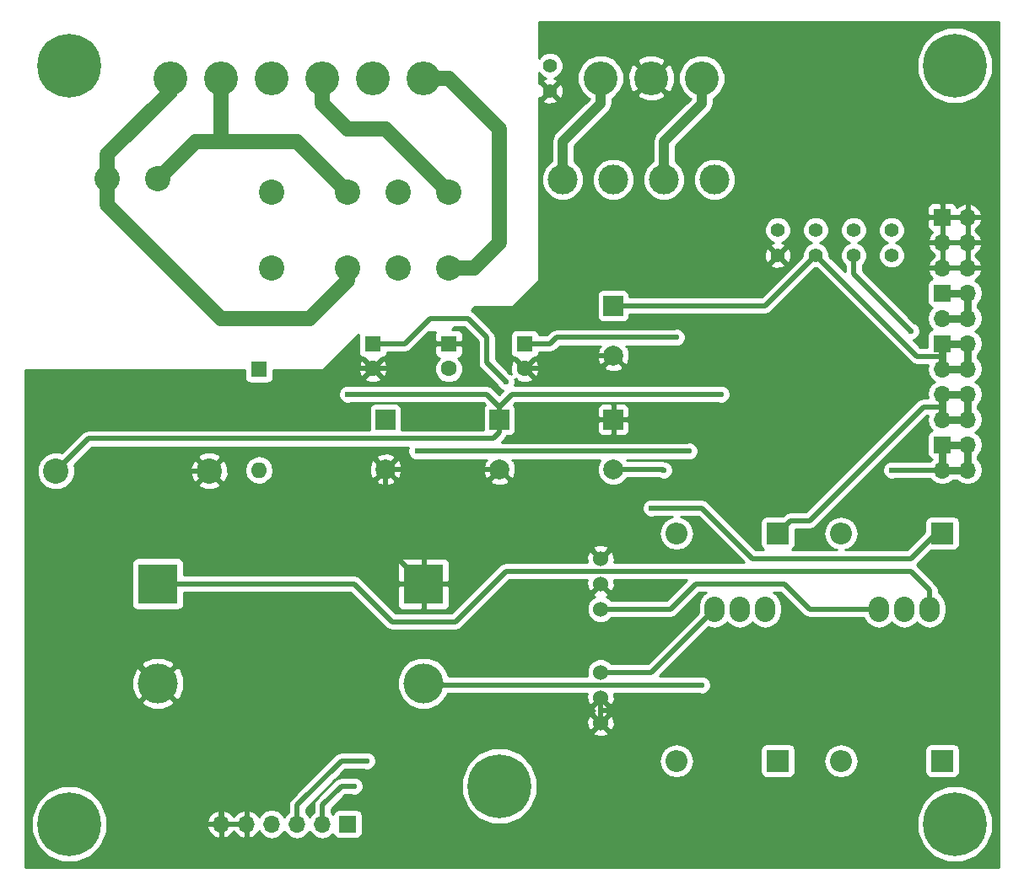
<source format=gbl>
G04 #@! TF.FileFunction,Copper,L2,Bot,Signal*
%FSLAX46Y46*%
G04 Gerber Fmt 4.6, Leading zero omitted, Abs format (unit mm)*
G04 Created by KiCad (PCBNEW 4.0.4+e1-6308~48~ubuntu15.10.1-stable) date Tue Feb  7 13:57:39 2017*
%MOMM*%
%LPD*%
G01*
G04 APERTURE LIST*
%ADD10C,0.100000*%
%ADD11C,3.400000*%
%ADD12R,4.000000X4.000000*%
%ADD13C,4.000000*%
%ADD14R,2.000000X2.000000*%
%ADD15C,2.000000*%
%ADD16R,1.600000X1.600000*%
%ADD17C,1.600000*%
%ADD18R,2.200000X2.200000*%
%ADD19O,2.200000X2.200000*%
%ADD20C,1.400000*%
%ADD21R,1.700000X1.700000*%
%ADD22O,1.700000X1.700000*%
%ADD23C,1.524000*%
%ADD24C,2.540000*%
%ADD25O,2.032000X2.540000*%
%ADD26O,1.600000X1.600000*%
%ADD27C,3.000000*%
%ADD28C,6.400000*%
%ADD29C,0.600000*%
%ADD30C,0.508000*%
%ADD31C,0.762000*%
%ADD32C,1.016000*%
%ADD33C,1.524000*%
%ADD34C,0.254000*%
G04 APERTURE END LIST*
D10*
D11*
X134620000Y-49530000D03*
X129540000Y-49530000D03*
X124460000Y-49530000D03*
D12*
X80010000Y-100330000D03*
D13*
X80010000Y-110330000D03*
D12*
X106680000Y-100330000D03*
D13*
X106680000Y-110330000D03*
D14*
X114300000Y-83820000D03*
D15*
X114300000Y-88820000D03*
D16*
X101600000Y-76200000D03*
D17*
X101600000Y-78700000D03*
D16*
X109220000Y-76200000D03*
D17*
X109220000Y-78700000D03*
D14*
X125730000Y-72390000D03*
D15*
X125730000Y-77390000D03*
D14*
X125730000Y-83820000D03*
D15*
X125730000Y-88820000D03*
D14*
X102870000Y-83820000D03*
D15*
X102870000Y-88820000D03*
D18*
X142240000Y-118110000D03*
D19*
X132080000Y-118110000D03*
D20*
X153670000Y-64770000D03*
X153670000Y-67310000D03*
X149860000Y-64770000D03*
X149860000Y-67310000D03*
X119380000Y-48260000D03*
X119380000Y-50800000D03*
X146050000Y-64770000D03*
X146050000Y-67310000D03*
X142240000Y-64770000D03*
X142240000Y-67310000D03*
D21*
X158750000Y-71120000D03*
D22*
X161290000Y-71120000D03*
X158750000Y-73660000D03*
X161290000Y-73660000D03*
D21*
X158750000Y-63500000D03*
D22*
X161290000Y-63500000D03*
X158750000Y-66040000D03*
X161290000Y-66040000D03*
X158750000Y-68580000D03*
X161290000Y-68580000D03*
D23*
X124460000Y-100330000D03*
X124460000Y-97790000D03*
X124460000Y-102870000D03*
X124460000Y-111760000D03*
X124460000Y-109220000D03*
X124460000Y-114300000D03*
D24*
X79970000Y-59595000D03*
X74970000Y-59595000D03*
X85170000Y-88995000D03*
X69770000Y-88995000D03*
D25*
X154940000Y-102870000D03*
X157480000Y-102870000D03*
X152400000Y-102870000D03*
X138430000Y-102870000D03*
X140970000Y-102870000D03*
X135890000Y-102870000D03*
D11*
X91440000Y-49530000D03*
X86360000Y-49530000D03*
X81280000Y-49530000D03*
X106680000Y-49530000D03*
X101600000Y-49530000D03*
X96520000Y-49530000D03*
D24*
X91440000Y-60960000D03*
X91440000Y-68580000D03*
X99060000Y-68580000D03*
X104140000Y-68580000D03*
X109220000Y-68580000D03*
X99060000Y-60960000D03*
X104140000Y-60960000D03*
X109220000Y-60960000D03*
D16*
X90170000Y-78740000D03*
D26*
X90170000Y-88900000D03*
D18*
X158750000Y-95250000D03*
D19*
X148590000Y-95250000D03*
D18*
X142240000Y-95250000D03*
D19*
X132080000Y-95250000D03*
D18*
X158750000Y-118110000D03*
D19*
X148590000Y-118110000D03*
D27*
X135890000Y-59690000D03*
X130810000Y-59690000D03*
X125730000Y-59690000D03*
X120650000Y-59690000D03*
D16*
X116840000Y-76200000D03*
D17*
X116840000Y-78700000D03*
D21*
X158750000Y-76200000D03*
D22*
X161290000Y-76200000D03*
X158750000Y-78740000D03*
X161290000Y-78740000D03*
X158750000Y-81280000D03*
X161290000Y-81280000D03*
X158750000Y-83820000D03*
X161290000Y-83820000D03*
D21*
X158750000Y-86360000D03*
D22*
X161290000Y-86360000D03*
X158750000Y-88900000D03*
X161290000Y-88900000D03*
D21*
X99060000Y-124460000D03*
D22*
X96520000Y-124460000D03*
X93980000Y-124460000D03*
X91440000Y-124460000D03*
X88900000Y-124460000D03*
X86360000Y-124460000D03*
D28*
X71120000Y-48260000D03*
X114300000Y-120650000D03*
X160020000Y-48260000D03*
X71120000Y-124460000D03*
X160020000Y-124460000D03*
D29*
X151765000Y-81915000D03*
X151765000Y-74930000D03*
X158115000Y-114935000D03*
X134620000Y-113030000D03*
X93980000Y-91440000D03*
X123190000Y-88900000D03*
X132080000Y-83820000D03*
X99060000Y-81280000D03*
X136525000Y-81280000D03*
X130810000Y-88900000D03*
X132080000Y-75565000D03*
X100965000Y-118110000D03*
X155575000Y-74930000D03*
X153670000Y-88900000D03*
X106045000Y-86995000D03*
X133350000Y-86995000D03*
X99695000Y-120650000D03*
X129540000Y-92710000D03*
X134620000Y-110490000D03*
X114935000Y-80010000D03*
D30*
X151765000Y-74930000D02*
X151765000Y-81915000D01*
X74930000Y-95250000D02*
X71755000Y-95250000D01*
X98465000Y-78700000D02*
X101600000Y-78700000D01*
X93980000Y-83185000D02*
X98465000Y-78700000D01*
X71755000Y-83185000D02*
X93980000Y-83185000D01*
X67310000Y-87630000D02*
X71755000Y-83185000D01*
X67310000Y-90805000D02*
X67310000Y-87630000D01*
X71755000Y-95250000D02*
X67310000Y-90805000D01*
X134620000Y-113030000D02*
X134620000Y-114935000D01*
X152400000Y-120650000D02*
X158115000Y-114935000D01*
X140335000Y-120650000D02*
X152400000Y-120650000D01*
X134620000Y-114935000D02*
X140335000Y-120650000D01*
X134620000Y-113030000D02*
X124460000Y-113030000D01*
X85170000Y-88995000D02*
X87615000Y-91440000D01*
X87615000Y-91440000D02*
X93980000Y-91440000D01*
X93980000Y-91440000D02*
X102870000Y-91440000D01*
X124460000Y-97790000D02*
X123190000Y-96520000D01*
X123190000Y-96520000D02*
X123190000Y-88900000D01*
X125730000Y-83820000D02*
X132080000Y-83820000D01*
X116840000Y-78700000D02*
X119420000Y-78700000D01*
X119420000Y-78700000D02*
X120730000Y-77390000D01*
X120730000Y-77390000D02*
X125730000Y-77390000D01*
X101600000Y-78700000D02*
X104815000Y-78700000D01*
X107315000Y-76200000D02*
X109220000Y-76200000D01*
X104815000Y-78700000D02*
X107315000Y-76200000D01*
X102870000Y-88820000D02*
X114300000Y-88820000D01*
X102870000Y-88820000D02*
X102870000Y-91440000D01*
X102870000Y-91440000D02*
X102870000Y-96520000D01*
X102870000Y-96520000D02*
X106680000Y-100330000D01*
X80010000Y-110330000D02*
X79850000Y-110330000D01*
X79850000Y-110330000D02*
X74930000Y-105410000D01*
X81185000Y-88995000D02*
X85170000Y-88995000D01*
X74930000Y-95250000D02*
X81185000Y-88995000D01*
X74930000Y-105410000D02*
X74930000Y-95250000D01*
X86360000Y-124460000D02*
X86360000Y-116840000D01*
X86360000Y-116840000D02*
X80010000Y-110330000D01*
X88900000Y-124460000D02*
X86360000Y-124460000D01*
X124460000Y-111760000D02*
X124460000Y-113030000D01*
X124460000Y-113030000D02*
X124460000Y-114300000D01*
X114300000Y-83820000D02*
X114300000Y-82550000D01*
X114300000Y-82550000D02*
X113030000Y-81280000D01*
X99060000Y-81280000D02*
X99060000Y-81280000D01*
X113030000Y-81280000D02*
X99060000Y-81280000D01*
X136525000Y-81280000D02*
X136525000Y-81280000D01*
X115570000Y-81280000D02*
X136525000Y-81280000D01*
X114300000Y-82550000D02*
X115570000Y-81280000D01*
X114300000Y-83820000D02*
X114300000Y-85090000D01*
X73040000Y-85725000D02*
X69770000Y-88995000D01*
X113665000Y-85725000D02*
X73040000Y-85725000D01*
X114300000Y-85090000D02*
X113665000Y-85725000D01*
D31*
X158750000Y-71120000D02*
X161290000Y-71120000D01*
X161290000Y-71120000D02*
X161290000Y-73660000D01*
X161290000Y-73660000D02*
X158750000Y-73660000D01*
X158750000Y-77470000D02*
X158750000Y-78740000D01*
X161290000Y-78740000D02*
X158750000Y-78740000D01*
X158750000Y-76200000D02*
X158750000Y-77470000D01*
D30*
X156210000Y-77470000D02*
X158750000Y-77470000D01*
X156210000Y-77470000D02*
X146050000Y-67310000D01*
X125730000Y-72390000D02*
X140335000Y-72390000D01*
X140335000Y-72390000D02*
X140970000Y-72390000D01*
X140970000Y-72390000D02*
X146050000Y-67310000D01*
D31*
X158750000Y-76200000D02*
X161290000Y-76200000D01*
X161290000Y-76200000D02*
X161290000Y-78740000D01*
X158750000Y-82550000D02*
X158750000Y-81280000D01*
D30*
X142240000Y-95250000D02*
X143510000Y-93980000D01*
D31*
X158750000Y-82550000D02*
X158750000Y-83820000D01*
D30*
X156845000Y-82550000D02*
X158750000Y-82550000D01*
X145415000Y-93980000D02*
X156845000Y-82550000D01*
X143510000Y-93980000D02*
X145415000Y-93980000D01*
X130730000Y-88820000D02*
X125730000Y-88820000D01*
X130810000Y-88900000D02*
X130730000Y-88820000D01*
D31*
X158750000Y-81280000D02*
X161290000Y-81280000D01*
X161290000Y-81280000D02*
X161290000Y-83820000D01*
X161290000Y-83820000D02*
X158750000Y-83820000D01*
D30*
X119380000Y-76200000D02*
X120015000Y-75565000D01*
X120015000Y-75565000D02*
X132080000Y-75565000D01*
X116840000Y-76200000D02*
X119380000Y-76200000D01*
X93980000Y-122555000D02*
X93980000Y-124460000D01*
X98425000Y-118110000D02*
X93980000Y-122555000D01*
X100965000Y-118110000D02*
X98425000Y-118110000D01*
X149860000Y-69215000D02*
X149860000Y-67310000D01*
X155575000Y-74930000D02*
X149860000Y-69215000D01*
X158750000Y-88900000D02*
X153670000Y-88900000D01*
D31*
X158750000Y-86360000D02*
X158750000Y-88900000D01*
D30*
X106045000Y-86995000D02*
X133350000Y-86995000D01*
X96520000Y-122555000D02*
X96520000Y-124460000D01*
X98425000Y-120650000D02*
X96520000Y-122555000D01*
X99695000Y-120650000D02*
X98425000Y-120650000D01*
D31*
X158750000Y-86360000D02*
X161290000Y-86360000D01*
X161290000Y-86360000D02*
X161290000Y-88900000D01*
X161290000Y-88900000D02*
X158750000Y-88900000D01*
D32*
X134620000Y-49530000D02*
X134620000Y-52070000D01*
X130810000Y-55880000D02*
X130810000Y-59690000D01*
X134620000Y-52070000D02*
X130810000Y-55880000D01*
X124460000Y-49530000D02*
X124460000Y-52070000D01*
X120650000Y-55880000D02*
X120650000Y-59690000D01*
X124460000Y-52070000D02*
X120650000Y-55880000D01*
D33*
X74970000Y-59595000D02*
X74970000Y-57190000D01*
X74970000Y-57190000D02*
X81280000Y-50880000D01*
X81280000Y-50880000D02*
X81280000Y-49530000D01*
X99060000Y-68580000D02*
X99060000Y-69850000D01*
X99060000Y-69850000D02*
X95250000Y-73660000D01*
X95250000Y-73660000D02*
X86360000Y-73660000D01*
X86360000Y-73660000D02*
X74930000Y-62230000D01*
X74930000Y-62230000D02*
X74970000Y-59595000D01*
X106680000Y-49530000D02*
X109220000Y-49530000D01*
X111760000Y-68580000D02*
X109220000Y-68580000D01*
X114300000Y-66040000D02*
X111760000Y-68580000D01*
X114300000Y-54610000D02*
X114300000Y-66040000D01*
X109220000Y-49530000D02*
X114300000Y-54610000D01*
X86360000Y-49530000D02*
X86360000Y-55880000D01*
X79970000Y-59595000D02*
X79970000Y-59095000D01*
X79970000Y-59095000D02*
X80605000Y-59095000D01*
X80605000Y-59095000D02*
X83820000Y-55880000D01*
X83820000Y-55880000D02*
X86360000Y-55880000D01*
X86360000Y-55880000D02*
X90170000Y-55880000D01*
X93980000Y-55880000D02*
X99060000Y-60960000D01*
X90170000Y-55880000D02*
X93980000Y-55880000D01*
X79970000Y-59595000D02*
X80105000Y-59595000D01*
X96520000Y-49530000D02*
X96520000Y-52070000D01*
X102870000Y-54610000D02*
X109220000Y-60960000D01*
X99060000Y-54610000D02*
X102870000Y-54610000D01*
X96520000Y-52070000D02*
X99060000Y-54610000D01*
X109220000Y-60960000D02*
X109220000Y-60960000D01*
D30*
X158750000Y-95250000D02*
X158115000Y-95250000D01*
X158115000Y-95250000D02*
X155575000Y-97790000D01*
X134620000Y-92710000D02*
X129540000Y-92710000D01*
X139700000Y-97790000D02*
X134620000Y-92710000D01*
X155575000Y-97790000D02*
X139700000Y-97790000D01*
X80010000Y-100330000D02*
X99695000Y-100330000D01*
X157480000Y-100965000D02*
X157480000Y-102870000D01*
X155575000Y-99060000D02*
X157480000Y-100965000D01*
X114935000Y-99060000D02*
X155575000Y-99060000D01*
X109855000Y-104140000D02*
X114935000Y-99060000D01*
X103505000Y-104140000D02*
X109855000Y-104140000D01*
X99695000Y-100330000D02*
X103505000Y-104140000D01*
X106680000Y-110330000D02*
X108425000Y-110330000D01*
X108425000Y-110330000D02*
X108585000Y-110490000D01*
X108585000Y-110490000D02*
X134620000Y-110490000D01*
X104775000Y-76200000D02*
X101600000Y-76200000D01*
X107315000Y-73660000D02*
X104775000Y-76200000D01*
X111125000Y-73660000D02*
X107315000Y-73660000D01*
X113030000Y-75565000D02*
X111125000Y-73660000D01*
X113030000Y-78105000D02*
X113030000Y-75565000D01*
X114935000Y-80010000D02*
X113030000Y-78105000D01*
X152400000Y-102870000D02*
X145415000Y-102870000D01*
X131445000Y-102870000D02*
X124460000Y-102870000D01*
X133985000Y-100330000D02*
X131445000Y-102870000D01*
X142875000Y-100330000D02*
X133985000Y-100330000D01*
X145415000Y-102870000D02*
X142875000Y-100330000D01*
X124460000Y-109220000D02*
X129540000Y-109220000D01*
X129540000Y-109220000D02*
X135890000Y-102870000D01*
D34*
G36*
X164390000Y-128830000D02*
X66750000Y-128830000D01*
X66750000Y-125219482D01*
X67284336Y-125219482D01*
X67866950Y-126629515D01*
X68944811Y-127709259D01*
X70353825Y-128294333D01*
X71879482Y-128295664D01*
X73289515Y-127713050D01*
X74369259Y-126635189D01*
X74954333Y-125226175D01*
X74954690Y-124816892D01*
X84918514Y-124816892D01*
X85164817Y-125341358D01*
X85593076Y-125731645D01*
X86003110Y-125901476D01*
X86233000Y-125780155D01*
X86233000Y-124587000D01*
X86487000Y-124587000D01*
X86487000Y-125780155D01*
X86716890Y-125901476D01*
X87126924Y-125731645D01*
X87555183Y-125341358D01*
X87630000Y-125182046D01*
X87704817Y-125341358D01*
X88133076Y-125731645D01*
X88543110Y-125901476D01*
X88773000Y-125780155D01*
X88773000Y-124587000D01*
X86487000Y-124587000D01*
X86233000Y-124587000D01*
X85039181Y-124587000D01*
X84918514Y-124816892D01*
X74954690Y-124816892D01*
X74955312Y-124103108D01*
X84918514Y-124103108D01*
X85039181Y-124333000D01*
X86233000Y-124333000D01*
X86233000Y-123139845D01*
X86487000Y-123139845D01*
X86487000Y-124333000D01*
X88773000Y-124333000D01*
X88773000Y-123139845D01*
X89027000Y-123139845D01*
X89027000Y-124333000D01*
X89047000Y-124333000D01*
X89047000Y-124587000D01*
X89027000Y-124587000D01*
X89027000Y-125780155D01*
X89256890Y-125901476D01*
X89666924Y-125731645D01*
X90095183Y-125341358D01*
X90162298Y-125198447D01*
X90389946Y-125539147D01*
X90871715Y-125861054D01*
X91440000Y-125974093D01*
X92008285Y-125861054D01*
X92490054Y-125539147D01*
X92710000Y-125209974D01*
X92929946Y-125539147D01*
X93411715Y-125861054D01*
X93980000Y-125974093D01*
X94548285Y-125861054D01*
X95030054Y-125539147D01*
X95250000Y-125209974D01*
X95469946Y-125539147D01*
X95951715Y-125861054D01*
X96520000Y-125974093D01*
X97088285Y-125861054D01*
X97570054Y-125539147D01*
X97597850Y-125497548D01*
X97606838Y-125545317D01*
X97745910Y-125761441D01*
X97958110Y-125906431D01*
X98210000Y-125957440D01*
X99910000Y-125957440D01*
X100145317Y-125913162D01*
X100361441Y-125774090D01*
X100506431Y-125561890D01*
X100557440Y-125310000D01*
X100557440Y-125219482D01*
X156184336Y-125219482D01*
X156766950Y-126629515D01*
X157844811Y-127709259D01*
X159253825Y-128294333D01*
X160779482Y-128295664D01*
X162189515Y-127713050D01*
X163269259Y-126635189D01*
X163854333Y-125226175D01*
X163855664Y-123700518D01*
X163273050Y-122290485D01*
X162195189Y-121210741D01*
X160786175Y-120625667D01*
X159260518Y-120624336D01*
X157850485Y-121206950D01*
X156770741Y-122284811D01*
X156185667Y-123693825D01*
X156184336Y-125219482D01*
X100557440Y-125219482D01*
X100557440Y-123610000D01*
X100513162Y-123374683D01*
X100374090Y-123158559D01*
X100161890Y-123013569D01*
X99910000Y-122962560D01*
X98210000Y-122962560D01*
X97974683Y-123006838D01*
X97758559Y-123145910D01*
X97613569Y-123358110D01*
X97599914Y-123425541D01*
X97570054Y-123380853D01*
X97409000Y-123273240D01*
X97409000Y-122923236D01*
X98793236Y-121539000D01*
X99397811Y-121539000D01*
X99508201Y-121584838D01*
X99880167Y-121585162D01*
X100223943Y-121443117D01*
X100257636Y-121409482D01*
X110464336Y-121409482D01*
X111046950Y-122819515D01*
X112124811Y-123899259D01*
X113533825Y-124484333D01*
X115059482Y-124485664D01*
X116469515Y-123903050D01*
X117549259Y-122825189D01*
X118134333Y-121416175D01*
X118135664Y-119890518D01*
X117553050Y-118480485D01*
X117183212Y-118110000D01*
X130311009Y-118110000D01*
X130443078Y-118773956D01*
X130819179Y-119336830D01*
X131382053Y-119712931D01*
X132046009Y-119845000D01*
X132113991Y-119845000D01*
X132777947Y-119712931D01*
X133340821Y-119336830D01*
X133716922Y-118773956D01*
X133848991Y-118110000D01*
X133716922Y-117446044D01*
X133425567Y-117010000D01*
X140492560Y-117010000D01*
X140492560Y-119210000D01*
X140536838Y-119445317D01*
X140675910Y-119661441D01*
X140888110Y-119806431D01*
X141140000Y-119857440D01*
X143340000Y-119857440D01*
X143575317Y-119813162D01*
X143791441Y-119674090D01*
X143936431Y-119461890D01*
X143987440Y-119210000D01*
X143987440Y-118110000D01*
X146821009Y-118110000D01*
X146953078Y-118773956D01*
X147329179Y-119336830D01*
X147892053Y-119712931D01*
X148556009Y-119845000D01*
X148623991Y-119845000D01*
X149287947Y-119712931D01*
X149850821Y-119336830D01*
X150226922Y-118773956D01*
X150358991Y-118110000D01*
X150226922Y-117446044D01*
X149935567Y-117010000D01*
X157002560Y-117010000D01*
X157002560Y-119210000D01*
X157046838Y-119445317D01*
X157185910Y-119661441D01*
X157398110Y-119806431D01*
X157650000Y-119857440D01*
X159850000Y-119857440D01*
X160085317Y-119813162D01*
X160301441Y-119674090D01*
X160446431Y-119461890D01*
X160497440Y-119210000D01*
X160497440Y-117010000D01*
X160453162Y-116774683D01*
X160314090Y-116558559D01*
X160101890Y-116413569D01*
X159850000Y-116362560D01*
X157650000Y-116362560D01*
X157414683Y-116406838D01*
X157198559Y-116545910D01*
X157053569Y-116758110D01*
X157002560Y-117010000D01*
X149935567Y-117010000D01*
X149850821Y-116883170D01*
X149287947Y-116507069D01*
X148623991Y-116375000D01*
X148556009Y-116375000D01*
X147892053Y-116507069D01*
X147329179Y-116883170D01*
X146953078Y-117446044D01*
X146821009Y-118110000D01*
X143987440Y-118110000D01*
X143987440Y-117010000D01*
X143943162Y-116774683D01*
X143804090Y-116558559D01*
X143591890Y-116413569D01*
X143340000Y-116362560D01*
X141140000Y-116362560D01*
X140904683Y-116406838D01*
X140688559Y-116545910D01*
X140543569Y-116758110D01*
X140492560Y-117010000D01*
X133425567Y-117010000D01*
X133340821Y-116883170D01*
X132777947Y-116507069D01*
X132113991Y-116375000D01*
X132046009Y-116375000D01*
X131382053Y-116507069D01*
X130819179Y-116883170D01*
X130443078Y-117446044D01*
X130311009Y-118110000D01*
X117183212Y-118110000D01*
X116475189Y-117400741D01*
X115066175Y-116815667D01*
X113540518Y-116814336D01*
X112130485Y-117396950D01*
X111050741Y-118474811D01*
X110465667Y-119883825D01*
X110464336Y-121409482D01*
X100257636Y-121409482D01*
X100487192Y-121180327D01*
X100629838Y-120836799D01*
X100630162Y-120464833D01*
X100488117Y-120121057D01*
X100225327Y-119857808D01*
X99881799Y-119715162D01*
X99509833Y-119714838D01*
X99398112Y-119761000D01*
X98425000Y-119761000D01*
X98084794Y-119828671D01*
X97992234Y-119890518D01*
X97796382Y-120021382D01*
X95891382Y-121926382D01*
X95698671Y-122214794D01*
X95631000Y-122555000D01*
X95631000Y-123273240D01*
X95469946Y-123380853D01*
X95250000Y-123710026D01*
X95030054Y-123380853D01*
X94869000Y-123273240D01*
X94869000Y-122923236D01*
X98793236Y-118999000D01*
X100667811Y-118999000D01*
X100778201Y-119044838D01*
X101150167Y-119045162D01*
X101493943Y-118903117D01*
X101757192Y-118640327D01*
X101899838Y-118296799D01*
X101900162Y-117924833D01*
X101758117Y-117581057D01*
X101495327Y-117317808D01*
X101151799Y-117175162D01*
X100779833Y-117174838D01*
X100668112Y-117221000D01*
X98425000Y-117221000D01*
X98084794Y-117288671D01*
X97796382Y-117481382D01*
X93351382Y-121926382D01*
X93158671Y-122214794D01*
X93091000Y-122555000D01*
X93091000Y-123273240D01*
X92929946Y-123380853D01*
X92710000Y-123710026D01*
X92490054Y-123380853D01*
X92008285Y-123058946D01*
X91440000Y-122945907D01*
X90871715Y-123058946D01*
X90389946Y-123380853D01*
X90162298Y-123721553D01*
X90095183Y-123578642D01*
X89666924Y-123188355D01*
X89256890Y-123018524D01*
X89027000Y-123139845D01*
X88773000Y-123139845D01*
X88543110Y-123018524D01*
X88133076Y-123188355D01*
X87704817Y-123578642D01*
X87630000Y-123737954D01*
X87555183Y-123578642D01*
X87126924Y-123188355D01*
X86716890Y-123018524D01*
X86487000Y-123139845D01*
X86233000Y-123139845D01*
X86003110Y-123018524D01*
X85593076Y-123188355D01*
X85164817Y-123578642D01*
X84918514Y-124103108D01*
X74955312Y-124103108D01*
X74955664Y-123700518D01*
X74373050Y-122290485D01*
X73295189Y-121210741D01*
X71886175Y-120625667D01*
X70360518Y-120624336D01*
X68950485Y-121206950D01*
X67870741Y-122284811D01*
X67285667Y-123693825D01*
X67284336Y-125219482D01*
X66750000Y-125219482D01*
X66750000Y-115280213D01*
X123659392Y-115280213D01*
X123728857Y-115522397D01*
X124252302Y-115709144D01*
X124807368Y-115681362D01*
X125191143Y-115522397D01*
X125260608Y-115280213D01*
X124460000Y-114479605D01*
X123659392Y-115280213D01*
X66750000Y-115280213D01*
X66750000Y-114092302D01*
X123050856Y-114092302D01*
X123078638Y-114647368D01*
X123237603Y-115031143D01*
X123479787Y-115100608D01*
X124280395Y-114300000D01*
X124639605Y-114300000D01*
X125440213Y-115100608D01*
X125682397Y-115031143D01*
X125869144Y-114507698D01*
X125841362Y-113952632D01*
X125682397Y-113568857D01*
X125440213Y-113499392D01*
X124639605Y-114300000D01*
X124280395Y-114300000D01*
X123479787Y-113499392D01*
X123237603Y-113568857D01*
X123050856Y-114092302D01*
X66750000Y-114092302D01*
X66750000Y-112205022D01*
X78314584Y-112205022D01*
X78535353Y-112575743D01*
X79507012Y-112969119D01*
X80555247Y-112960713D01*
X81484647Y-112575743D01*
X81705416Y-112205022D01*
X80010000Y-110509605D01*
X78314584Y-112205022D01*
X66750000Y-112205022D01*
X66750000Y-109827012D01*
X77370881Y-109827012D01*
X77379287Y-110875247D01*
X77764257Y-111804647D01*
X78134978Y-112025416D01*
X79830395Y-110330000D01*
X80189605Y-110330000D01*
X81885022Y-112025416D01*
X82255743Y-111804647D01*
X82649119Y-110832988D01*
X82640713Y-109784753D01*
X82255743Y-108855353D01*
X81885022Y-108634584D01*
X80189605Y-110330000D01*
X79830395Y-110330000D01*
X78134978Y-108634584D01*
X77764257Y-108855353D01*
X77370881Y-109827012D01*
X66750000Y-109827012D01*
X66750000Y-108454978D01*
X78314584Y-108454978D01*
X80010000Y-110150395D01*
X81705416Y-108454978D01*
X81484647Y-108084257D01*
X80512988Y-107690881D01*
X79464753Y-107699287D01*
X78535353Y-108084257D01*
X78314584Y-108454978D01*
X66750000Y-108454978D01*
X66750000Y-98330000D01*
X77362560Y-98330000D01*
X77362560Y-102330000D01*
X77406838Y-102565317D01*
X77545910Y-102781441D01*
X77758110Y-102926431D01*
X78010000Y-102977440D01*
X82010000Y-102977440D01*
X82245317Y-102933162D01*
X82461441Y-102794090D01*
X82606431Y-102581890D01*
X82657440Y-102330000D01*
X82657440Y-101219000D01*
X99326764Y-101219000D01*
X102876382Y-104768618D01*
X103164795Y-104961330D01*
X103505000Y-105029000D01*
X109855000Y-105029000D01*
X110195206Y-104961329D01*
X110483618Y-104768618D01*
X115303236Y-99949000D01*
X123112684Y-99949000D01*
X123050856Y-100122302D01*
X123078638Y-100677368D01*
X123237603Y-101061143D01*
X123479787Y-101130608D01*
X124280395Y-100330000D01*
X124266253Y-100315858D01*
X124445858Y-100136253D01*
X124460000Y-100150395D01*
X124474143Y-100136253D01*
X124653748Y-100315858D01*
X124639605Y-100330000D01*
X125440213Y-101130608D01*
X125682397Y-101061143D01*
X125869144Y-100537698D01*
X125841362Y-99982632D01*
X125827431Y-99949000D01*
X133108764Y-99949000D01*
X131076764Y-101981000D01*
X125546485Y-101981000D01*
X125252370Y-101686371D01*
X125060273Y-101606605D01*
X125191143Y-101552397D01*
X125260608Y-101310213D01*
X124460000Y-100509605D01*
X123659392Y-101310213D01*
X123728857Y-101552397D01*
X123869318Y-101602509D01*
X123669697Y-101684990D01*
X123276371Y-102077630D01*
X123063243Y-102590900D01*
X123062758Y-103146661D01*
X123274990Y-103660303D01*
X123667630Y-104053629D01*
X124180900Y-104266757D01*
X124736661Y-104267242D01*
X125250303Y-104055010D01*
X125546830Y-103759000D01*
X131445000Y-103759000D01*
X131785206Y-103691329D01*
X132073618Y-103498618D01*
X134353236Y-101219000D01*
X135010283Y-101219000D01*
X134722567Y-101411246D01*
X134364675Y-101946869D01*
X134239000Y-102578679D01*
X134239000Y-103161321D01*
X134255996Y-103246768D01*
X129171764Y-108331000D01*
X125546485Y-108331000D01*
X125252370Y-108036371D01*
X124739100Y-107823243D01*
X124183339Y-107822758D01*
X123669697Y-108034990D01*
X123276371Y-108427630D01*
X123063243Y-108940900D01*
X123062758Y-109496661D01*
X123105870Y-109601000D01*
X109229858Y-109601000D01*
X108915147Y-108839342D01*
X108174557Y-108097458D01*
X107206433Y-107695458D01*
X106158166Y-107694543D01*
X105189342Y-108094853D01*
X104447458Y-108835443D01*
X104045458Y-109803567D01*
X104044543Y-110851834D01*
X104444853Y-111820658D01*
X105185443Y-112562542D01*
X106153567Y-112964542D01*
X107201834Y-112965457D01*
X107746966Y-112740213D01*
X123659392Y-112740213D01*
X123728857Y-112982397D01*
X123852344Y-113026453D01*
X123728857Y-113077603D01*
X123659392Y-113319787D01*
X124460000Y-114120395D01*
X125260608Y-113319787D01*
X125191143Y-113077603D01*
X125067656Y-113033547D01*
X125191143Y-112982397D01*
X125260608Y-112740213D01*
X124460000Y-111939605D01*
X123659392Y-112740213D01*
X107746966Y-112740213D01*
X108170658Y-112565147D01*
X108912542Y-111824557D01*
X109097553Y-111379000D01*
X123112684Y-111379000D01*
X123050856Y-111552302D01*
X123078638Y-112107368D01*
X123237603Y-112491143D01*
X123479787Y-112560608D01*
X124280395Y-111760000D01*
X124266253Y-111745858D01*
X124445858Y-111566253D01*
X124460000Y-111580395D01*
X124474143Y-111566253D01*
X124653748Y-111745858D01*
X124639605Y-111760000D01*
X125440213Y-112560608D01*
X125682397Y-112491143D01*
X125869144Y-111967698D01*
X125841362Y-111412632D01*
X125827431Y-111379000D01*
X134322811Y-111379000D01*
X134433201Y-111424838D01*
X134805167Y-111425162D01*
X135148943Y-111283117D01*
X135412192Y-111020327D01*
X135554838Y-110676799D01*
X135555162Y-110304833D01*
X135413117Y-109961057D01*
X135150327Y-109697808D01*
X134806799Y-109555162D01*
X134434833Y-109554838D01*
X134323112Y-109601000D01*
X130416236Y-109601000D01*
X135318578Y-104698658D01*
X135890000Y-104812321D01*
X136521810Y-104686646D01*
X137057433Y-104328754D01*
X137160000Y-104175252D01*
X137262567Y-104328754D01*
X137798190Y-104686646D01*
X138430000Y-104812321D01*
X139061810Y-104686646D01*
X139597433Y-104328754D01*
X139700000Y-104175252D01*
X139802567Y-104328754D01*
X140338190Y-104686646D01*
X140970000Y-104812321D01*
X141601810Y-104686646D01*
X142137433Y-104328754D01*
X142495325Y-103793131D01*
X142621000Y-103161321D01*
X142621000Y-102578679D01*
X142495325Y-101946869D01*
X142137433Y-101411246D01*
X141849717Y-101219000D01*
X142506764Y-101219000D01*
X144786382Y-103498618D01*
X145074794Y-103691329D01*
X145415000Y-103759000D01*
X150867886Y-103759000D01*
X150874675Y-103793131D01*
X151232567Y-104328754D01*
X151768190Y-104686646D01*
X152400000Y-104812321D01*
X153031810Y-104686646D01*
X153567433Y-104328754D01*
X153670000Y-104175252D01*
X153772567Y-104328754D01*
X154308190Y-104686646D01*
X154940000Y-104812321D01*
X155571810Y-104686646D01*
X156107433Y-104328754D01*
X156210000Y-104175252D01*
X156312567Y-104328754D01*
X156848190Y-104686646D01*
X157480000Y-104812321D01*
X158111810Y-104686646D01*
X158647433Y-104328754D01*
X159005325Y-103793131D01*
X159131000Y-103161321D01*
X159131000Y-102578679D01*
X159005325Y-101946869D01*
X158647433Y-101411246D01*
X158369000Y-101225203D01*
X158369000Y-100965000D01*
X158301329Y-100624794D01*
X158108618Y-100336382D01*
X156203618Y-98431382D01*
X156194067Y-98425000D01*
X156203618Y-98418618D01*
X157629040Y-96993196D01*
X157650000Y-96997440D01*
X159850000Y-96997440D01*
X160085317Y-96953162D01*
X160301441Y-96814090D01*
X160446431Y-96601890D01*
X160497440Y-96350000D01*
X160497440Y-94150000D01*
X160453162Y-93914683D01*
X160314090Y-93698559D01*
X160101890Y-93553569D01*
X159850000Y-93502560D01*
X157650000Y-93502560D01*
X157414683Y-93546838D01*
X157198559Y-93685910D01*
X157053569Y-93898110D01*
X157002560Y-94150000D01*
X157002560Y-95105204D01*
X155206764Y-96901000D01*
X149046288Y-96901000D01*
X149287947Y-96852931D01*
X149850821Y-96476830D01*
X150226922Y-95913956D01*
X150358991Y-95250000D01*
X150226922Y-94586044D01*
X149850821Y-94023170D01*
X149287947Y-93647069D01*
X148623991Y-93515000D01*
X148556009Y-93515000D01*
X147892053Y-93647069D01*
X147329179Y-94023170D01*
X146953078Y-94586044D01*
X146821009Y-95250000D01*
X146953078Y-95913956D01*
X147329179Y-96476830D01*
X147892053Y-96852931D01*
X148133712Y-96901000D01*
X143656379Y-96901000D01*
X143791441Y-96814090D01*
X143936431Y-96601890D01*
X143987440Y-96350000D01*
X143987440Y-94869000D01*
X145415000Y-94869000D01*
X145755206Y-94801329D01*
X146043618Y-94608618D01*
X157213236Y-83439000D01*
X157311693Y-83439000D01*
X157235907Y-83820000D01*
X157348946Y-84388285D01*
X157670853Y-84870054D01*
X157712452Y-84897850D01*
X157664683Y-84906838D01*
X157448559Y-85045910D01*
X157303569Y-85258110D01*
X157252560Y-85510000D01*
X157252560Y-87210000D01*
X157296838Y-87445317D01*
X157435910Y-87661441D01*
X157648110Y-87806431D01*
X157715541Y-87820086D01*
X157670853Y-87849946D01*
X157563240Y-88011000D01*
X153967189Y-88011000D01*
X153856799Y-87965162D01*
X153484833Y-87964838D01*
X153141057Y-88106883D01*
X152877808Y-88369673D01*
X152735162Y-88713201D01*
X152734838Y-89085167D01*
X152876883Y-89428943D01*
X153139673Y-89692192D01*
X153483201Y-89834838D01*
X153855167Y-89835162D01*
X153966888Y-89789000D01*
X157563240Y-89789000D01*
X157670853Y-89950054D01*
X158152622Y-90271961D01*
X158720907Y-90385000D01*
X158779093Y-90385000D01*
X159347378Y-90271961D01*
X159829147Y-89950054D01*
X159851901Y-89916000D01*
X160188099Y-89916000D01*
X160210853Y-89950054D01*
X160692622Y-90271961D01*
X161260907Y-90385000D01*
X161319093Y-90385000D01*
X161887378Y-90271961D01*
X162369147Y-89950054D01*
X162691054Y-89468285D01*
X162804093Y-88900000D01*
X162691054Y-88331715D01*
X162369147Y-87849946D01*
X162306000Y-87807753D01*
X162306000Y-87452247D01*
X162369147Y-87410054D01*
X162691054Y-86928285D01*
X162804093Y-86360000D01*
X162691054Y-85791715D01*
X162369147Y-85309946D01*
X162039974Y-85090000D01*
X162369147Y-84870054D01*
X162691054Y-84388285D01*
X162804093Y-83820000D01*
X162691054Y-83251715D01*
X162369147Y-82769946D01*
X162306000Y-82727753D01*
X162306000Y-82372247D01*
X162369147Y-82330054D01*
X162691054Y-81848285D01*
X162804093Y-81280000D01*
X162691054Y-80711715D01*
X162369147Y-80229946D01*
X162039974Y-80010000D01*
X162369147Y-79790054D01*
X162691054Y-79308285D01*
X162804093Y-78740000D01*
X162691054Y-78171715D01*
X162369147Y-77689946D01*
X162306000Y-77647753D01*
X162306000Y-77292247D01*
X162369147Y-77250054D01*
X162691054Y-76768285D01*
X162804093Y-76200000D01*
X162691054Y-75631715D01*
X162369147Y-75149946D01*
X162039974Y-74930000D01*
X162369147Y-74710054D01*
X162691054Y-74228285D01*
X162804093Y-73660000D01*
X162691054Y-73091715D01*
X162369147Y-72609946D01*
X162306000Y-72567753D01*
X162306000Y-72212247D01*
X162369147Y-72170054D01*
X162691054Y-71688285D01*
X162804093Y-71120000D01*
X162691054Y-70551715D01*
X162369147Y-70069946D01*
X162028447Y-69842298D01*
X162171358Y-69775183D01*
X162561645Y-69346924D01*
X162731476Y-68936890D01*
X162610155Y-68707000D01*
X161417000Y-68707000D01*
X161417000Y-68727000D01*
X161163000Y-68727000D01*
X161163000Y-68707000D01*
X158877000Y-68707000D01*
X158877000Y-68727000D01*
X158623000Y-68727000D01*
X158623000Y-68707000D01*
X157429845Y-68707000D01*
X157308524Y-68936890D01*
X157478355Y-69346924D01*
X157754501Y-69649937D01*
X157664683Y-69666838D01*
X157448559Y-69805910D01*
X157303569Y-70018110D01*
X157252560Y-70270000D01*
X157252560Y-71970000D01*
X157296838Y-72205317D01*
X157435910Y-72421441D01*
X157648110Y-72566431D01*
X157715541Y-72580086D01*
X157670853Y-72609946D01*
X157348946Y-73091715D01*
X157235907Y-73660000D01*
X157348946Y-74228285D01*
X157670853Y-74710054D01*
X157712452Y-74737850D01*
X157664683Y-74746838D01*
X157448559Y-74885910D01*
X157303569Y-75098110D01*
X157252560Y-75350000D01*
X157252560Y-76581000D01*
X156578236Y-76581000D01*
X155832508Y-75835272D01*
X156103943Y-75723117D01*
X156367192Y-75460327D01*
X156509838Y-75116799D01*
X156510162Y-74744833D01*
X156368117Y-74401057D01*
X156105327Y-74137808D01*
X155993687Y-74091451D01*
X150749000Y-68846764D01*
X150749000Y-68308880D01*
X150991098Y-68067204D01*
X151194768Y-67576713D01*
X151195231Y-67045617D01*
X150992418Y-66554771D01*
X150617204Y-66178902D01*
X150282473Y-66039909D01*
X150615229Y-65902418D01*
X150991098Y-65527204D01*
X151194768Y-65036713D01*
X151194770Y-65034383D01*
X152334769Y-65034383D01*
X152537582Y-65525229D01*
X152912796Y-65901098D01*
X153247527Y-66040091D01*
X152914771Y-66177582D01*
X152538902Y-66552796D01*
X152335232Y-67043287D01*
X152334769Y-67574383D01*
X152537582Y-68065229D01*
X152912796Y-68441098D01*
X153403287Y-68644768D01*
X153934383Y-68645231D01*
X154425229Y-68442418D01*
X154801098Y-68067204D01*
X155004768Y-67576713D01*
X155005231Y-67045617D01*
X154802418Y-66554771D01*
X154644813Y-66396890D01*
X157308524Y-66396890D01*
X157478355Y-66806924D01*
X157868642Y-67235183D01*
X158027954Y-67310000D01*
X157868642Y-67384817D01*
X157478355Y-67813076D01*
X157308524Y-68223110D01*
X157429845Y-68453000D01*
X158623000Y-68453000D01*
X158623000Y-66167000D01*
X158877000Y-66167000D01*
X158877000Y-68453000D01*
X161163000Y-68453000D01*
X161163000Y-66167000D01*
X161417000Y-66167000D01*
X161417000Y-68453000D01*
X162610155Y-68453000D01*
X162731476Y-68223110D01*
X162561645Y-67813076D01*
X162171358Y-67384817D01*
X162012046Y-67310000D01*
X162171358Y-67235183D01*
X162561645Y-66806924D01*
X162731476Y-66396890D01*
X162610155Y-66167000D01*
X161417000Y-66167000D01*
X161163000Y-66167000D01*
X158877000Y-66167000D01*
X158623000Y-66167000D01*
X157429845Y-66167000D01*
X157308524Y-66396890D01*
X154644813Y-66396890D01*
X154427204Y-66178902D01*
X154092473Y-66039909D01*
X154425229Y-65902418D01*
X154801098Y-65527204D01*
X155004768Y-65036713D01*
X155005231Y-64505617D01*
X154802418Y-64014771D01*
X154573797Y-63785750D01*
X157265000Y-63785750D01*
X157265000Y-64476310D01*
X157361673Y-64709699D01*
X157540302Y-64888327D01*
X157749878Y-64975136D01*
X157478355Y-65273076D01*
X157308524Y-65683110D01*
X157429845Y-65913000D01*
X158623000Y-65913000D01*
X158623000Y-63627000D01*
X158877000Y-63627000D01*
X158877000Y-65913000D01*
X161163000Y-65913000D01*
X161163000Y-63627000D01*
X161417000Y-63627000D01*
X161417000Y-65913000D01*
X162610155Y-65913000D01*
X162731476Y-65683110D01*
X162561645Y-65273076D01*
X162171358Y-64844817D01*
X162012046Y-64770000D01*
X162171358Y-64695183D01*
X162561645Y-64266924D01*
X162731476Y-63856890D01*
X162610155Y-63627000D01*
X161417000Y-63627000D01*
X161163000Y-63627000D01*
X158877000Y-63627000D01*
X158623000Y-63627000D01*
X157423750Y-63627000D01*
X157265000Y-63785750D01*
X154573797Y-63785750D01*
X154427204Y-63638902D01*
X153936713Y-63435232D01*
X153405617Y-63434769D01*
X152914771Y-63637582D01*
X152538902Y-64012796D01*
X152335232Y-64503287D01*
X152334769Y-65034383D01*
X151194770Y-65034383D01*
X151195231Y-64505617D01*
X150992418Y-64014771D01*
X150617204Y-63638902D01*
X150126713Y-63435232D01*
X149595617Y-63434769D01*
X149104771Y-63637582D01*
X148728902Y-64012796D01*
X148525232Y-64503287D01*
X148524769Y-65034383D01*
X148727582Y-65525229D01*
X149102796Y-65901098D01*
X149437527Y-66040091D01*
X149104771Y-66177582D01*
X148728902Y-66552796D01*
X148525232Y-67043287D01*
X148524769Y-67574383D01*
X148727582Y-68065229D01*
X148971000Y-68309072D01*
X148971000Y-68973764D01*
X147384933Y-67387697D01*
X147385231Y-67045617D01*
X147182418Y-66554771D01*
X146807204Y-66178902D01*
X146472473Y-66039909D01*
X146805229Y-65902418D01*
X147181098Y-65527204D01*
X147384768Y-65036713D01*
X147385231Y-64505617D01*
X147182418Y-64014771D01*
X146807204Y-63638902D01*
X146316713Y-63435232D01*
X145785617Y-63434769D01*
X145294771Y-63637582D01*
X144918902Y-64012796D01*
X144715232Y-64503287D01*
X144714769Y-65034383D01*
X144917582Y-65525229D01*
X145292796Y-65901098D01*
X145627527Y-66040091D01*
X145294771Y-66177582D01*
X144918902Y-66552796D01*
X144715232Y-67043287D01*
X144714932Y-67387832D01*
X140601764Y-71501000D01*
X127377440Y-71501000D01*
X127377440Y-71390000D01*
X127333162Y-71154683D01*
X127194090Y-70938559D01*
X126981890Y-70793569D01*
X126730000Y-70742560D01*
X124730000Y-70742560D01*
X124494683Y-70786838D01*
X124278559Y-70925910D01*
X124133569Y-71138110D01*
X124082560Y-71390000D01*
X124082560Y-73390000D01*
X124126838Y-73625317D01*
X124265910Y-73841441D01*
X124478110Y-73986431D01*
X124730000Y-74037440D01*
X126730000Y-74037440D01*
X126965317Y-73993162D01*
X127181441Y-73854090D01*
X127326431Y-73641890D01*
X127377440Y-73390000D01*
X127377440Y-73279000D01*
X140970000Y-73279000D01*
X141310206Y-73211329D01*
X141598618Y-73018618D01*
X145972303Y-68644933D01*
X146127832Y-68645068D01*
X155581382Y-78098618D01*
X155869794Y-78291329D01*
X156210000Y-78359000D01*
X157311693Y-78359000D01*
X157235907Y-78740000D01*
X157348946Y-79308285D01*
X157670853Y-79790054D01*
X158000026Y-80010000D01*
X157670853Y-80229946D01*
X157348946Y-80711715D01*
X157235907Y-81280000D01*
X157311693Y-81661000D01*
X156845000Y-81661000D01*
X156504794Y-81728671D01*
X156235485Y-81908618D01*
X156216382Y-81921382D01*
X145046764Y-93091000D01*
X143510000Y-93091000D01*
X143169794Y-93158671D01*
X142900485Y-93338618D01*
X142881382Y-93351382D01*
X142730204Y-93502560D01*
X141140000Y-93502560D01*
X140904683Y-93546838D01*
X140688559Y-93685910D01*
X140543569Y-93898110D01*
X140492560Y-94150000D01*
X140492560Y-96350000D01*
X140536838Y-96585317D01*
X140675910Y-96801441D01*
X140821619Y-96901000D01*
X140068236Y-96901000D01*
X135248618Y-92081382D01*
X134960206Y-91888671D01*
X134620000Y-91821000D01*
X129837189Y-91821000D01*
X129726799Y-91775162D01*
X129354833Y-91774838D01*
X129011057Y-91916883D01*
X128747808Y-92179673D01*
X128605162Y-92523201D01*
X128604838Y-92895167D01*
X128746883Y-93238943D01*
X129009673Y-93502192D01*
X129353201Y-93644838D01*
X129725167Y-93645162D01*
X129836888Y-93599000D01*
X131623712Y-93599000D01*
X131382053Y-93647069D01*
X130819179Y-94023170D01*
X130443078Y-94586044D01*
X130311009Y-95250000D01*
X130443078Y-95913956D01*
X130819179Y-96476830D01*
X131382053Y-96852931D01*
X132046009Y-96985000D01*
X132113991Y-96985000D01*
X132777947Y-96852931D01*
X133340821Y-96476830D01*
X133716922Y-95913956D01*
X133848991Y-95250000D01*
X133716922Y-94586044D01*
X133340821Y-94023170D01*
X132777947Y-93647069D01*
X132536288Y-93599000D01*
X134251764Y-93599000D01*
X138823764Y-98171000D01*
X125807316Y-98171000D01*
X125869144Y-97997698D01*
X125841362Y-97442632D01*
X125682397Y-97058857D01*
X125440213Y-96989392D01*
X124639605Y-97790000D01*
X124653748Y-97804143D01*
X124474143Y-97983748D01*
X124460000Y-97969605D01*
X124445858Y-97983748D01*
X124266253Y-97804143D01*
X124280395Y-97790000D01*
X123479787Y-96989392D01*
X123237603Y-97058857D01*
X123050856Y-97582302D01*
X123078638Y-98137368D01*
X123092569Y-98171000D01*
X114935000Y-98171000D01*
X114594794Y-98238671D01*
X114458111Y-98330000D01*
X114306382Y-98431382D01*
X109486764Y-103251000D01*
X103873236Y-103251000D01*
X101237986Y-100615750D01*
X104045000Y-100615750D01*
X104045000Y-102456309D01*
X104141673Y-102689698D01*
X104320301Y-102868327D01*
X104553690Y-102965000D01*
X106394250Y-102965000D01*
X106553000Y-102806250D01*
X106553000Y-100457000D01*
X106807000Y-100457000D01*
X106807000Y-102806250D01*
X106965750Y-102965000D01*
X108806310Y-102965000D01*
X109039699Y-102868327D01*
X109218327Y-102689698D01*
X109315000Y-102456309D01*
X109315000Y-100615750D01*
X109156250Y-100457000D01*
X106807000Y-100457000D01*
X106553000Y-100457000D01*
X104203750Y-100457000D01*
X104045000Y-100615750D01*
X101237986Y-100615750D01*
X100323618Y-99701382D01*
X100304515Y-99688618D01*
X100035206Y-99508671D01*
X99695000Y-99441000D01*
X82657440Y-99441000D01*
X82657440Y-98330000D01*
X82633674Y-98203691D01*
X104045000Y-98203691D01*
X104045000Y-100044250D01*
X104203750Y-100203000D01*
X106553000Y-100203000D01*
X106553000Y-97853750D01*
X106807000Y-97853750D01*
X106807000Y-100203000D01*
X109156250Y-100203000D01*
X109315000Y-100044250D01*
X109315000Y-98203691D01*
X109218327Y-97970302D01*
X109039699Y-97791673D01*
X108806310Y-97695000D01*
X106965750Y-97695000D01*
X106807000Y-97853750D01*
X106553000Y-97853750D01*
X106394250Y-97695000D01*
X104553690Y-97695000D01*
X104320301Y-97791673D01*
X104141673Y-97970302D01*
X104045000Y-98203691D01*
X82633674Y-98203691D01*
X82613162Y-98094683D01*
X82474090Y-97878559D01*
X82261890Y-97733569D01*
X82010000Y-97682560D01*
X78010000Y-97682560D01*
X77774683Y-97726838D01*
X77558559Y-97865910D01*
X77413569Y-98078110D01*
X77362560Y-98330000D01*
X66750000Y-98330000D01*
X66750000Y-96809787D01*
X123659392Y-96809787D01*
X124460000Y-97610395D01*
X125260608Y-96809787D01*
X125191143Y-96567603D01*
X124667698Y-96380856D01*
X124112632Y-96408638D01*
X123728857Y-96567603D01*
X123659392Y-96809787D01*
X66750000Y-96809787D01*
X66750000Y-78867000D01*
X88722560Y-78867000D01*
X88722560Y-79540000D01*
X88766838Y-79775317D01*
X88905910Y-79991441D01*
X89118110Y-80136431D01*
X89370000Y-80187440D01*
X90970000Y-80187440D01*
X91205317Y-80143162D01*
X91421441Y-80004090D01*
X91566431Y-79791890D01*
X91583470Y-79707745D01*
X100771861Y-79707745D01*
X100845995Y-79953864D01*
X101383223Y-80146965D01*
X101953454Y-80119778D01*
X102354005Y-79953864D01*
X102428139Y-79707745D01*
X101600000Y-78879605D01*
X100771861Y-79707745D01*
X91583470Y-79707745D01*
X91617440Y-79540000D01*
X91617440Y-78867000D01*
X96520000Y-78867000D01*
X96569410Y-78856994D01*
X96609803Y-78829803D01*
X96956383Y-78483223D01*
X100153035Y-78483223D01*
X100180222Y-79053454D01*
X100346136Y-79454005D01*
X100592255Y-79528139D01*
X101420395Y-78700000D01*
X101779605Y-78700000D01*
X102607745Y-79528139D01*
X102853864Y-79454005D01*
X103022735Y-78984187D01*
X107784752Y-78984187D01*
X108002757Y-79511800D01*
X108406077Y-79915824D01*
X108933309Y-80134750D01*
X109504187Y-80135248D01*
X110031800Y-79917243D01*
X110435824Y-79513923D01*
X110654750Y-78986691D01*
X110655248Y-78415813D01*
X110437243Y-77888200D01*
X110173317Y-77623813D01*
X110379699Y-77538327D01*
X110558327Y-77359698D01*
X110655000Y-77126309D01*
X110655000Y-76485750D01*
X110496250Y-76327000D01*
X109347000Y-76327000D01*
X109347000Y-76347000D01*
X109093000Y-76347000D01*
X109093000Y-76327000D01*
X107943750Y-76327000D01*
X107785000Y-76485750D01*
X107785000Y-77126309D01*
X107881673Y-77359698D01*
X108060301Y-77538327D01*
X108266835Y-77623876D01*
X108004176Y-77886077D01*
X107785250Y-78413309D01*
X107784752Y-78984187D01*
X103022735Y-78984187D01*
X103046965Y-78916777D01*
X103019778Y-78346546D01*
X102853864Y-77945995D01*
X102607745Y-77871861D01*
X101779605Y-78700000D01*
X101420395Y-78700000D01*
X100592255Y-77871861D01*
X100346136Y-77945995D01*
X100153035Y-78483223D01*
X96956383Y-78483223D01*
X100181242Y-75258364D01*
X100152560Y-75400000D01*
X100152560Y-77000000D01*
X100196838Y-77235317D01*
X100335910Y-77451441D01*
X100548110Y-77596431D01*
X100786201Y-77644646D01*
X100771861Y-77692255D01*
X101600000Y-78520395D01*
X102428139Y-77692255D01*
X102413855Y-77644833D01*
X102635317Y-77603162D01*
X102851441Y-77464090D01*
X102996431Y-77251890D01*
X103029417Y-77089000D01*
X104775000Y-77089000D01*
X105115206Y-77021329D01*
X105403618Y-76828618D01*
X107175236Y-75057000D01*
X107874756Y-75057000D01*
X107785000Y-75273691D01*
X107785000Y-75914250D01*
X107943750Y-76073000D01*
X109093000Y-76073000D01*
X109093000Y-76053000D01*
X109347000Y-76053000D01*
X109347000Y-76073000D01*
X110496250Y-76073000D01*
X110655000Y-75914250D01*
X110655000Y-75273691D01*
X110558327Y-75040302D01*
X110379699Y-74861673D01*
X110146310Y-74765000D01*
X109564606Y-74765000D01*
X109780606Y-74549000D01*
X110756764Y-74549000D01*
X112141000Y-75933236D01*
X112141000Y-78105000D01*
X112208671Y-78445206D01*
X112378919Y-78700000D01*
X112401382Y-78733618D01*
X114096238Y-80428474D01*
X114141883Y-80538943D01*
X114404673Y-80802192D01*
X114677347Y-80915417D01*
X114300000Y-81292764D01*
X113658618Y-80651382D01*
X113524220Y-80561580D01*
X113370206Y-80458671D01*
X113030000Y-80391000D01*
X99357189Y-80391000D01*
X99246799Y-80345162D01*
X98874833Y-80344838D01*
X98531057Y-80486883D01*
X98267808Y-80749673D01*
X98125162Y-81093201D01*
X98124838Y-81465167D01*
X98266883Y-81808943D01*
X98529673Y-82072192D01*
X98873201Y-82214838D01*
X99245167Y-82215162D01*
X99356888Y-82169000D01*
X112661764Y-82169000D01*
X112848629Y-82355865D01*
X112848559Y-82355910D01*
X112703569Y-82568110D01*
X112652560Y-82820000D01*
X112652560Y-84820000D01*
X112655571Y-84836000D01*
X104514200Y-84836000D01*
X104517440Y-84820000D01*
X104517440Y-82820000D01*
X104473162Y-82584683D01*
X104334090Y-82368559D01*
X104121890Y-82223569D01*
X103870000Y-82172560D01*
X101870000Y-82172560D01*
X101634683Y-82216838D01*
X101418559Y-82355910D01*
X101273569Y-82568110D01*
X101222560Y-82820000D01*
X101222560Y-84820000D01*
X101225571Y-84836000D01*
X73040000Y-84836000D01*
X72699794Y-84903671D01*
X72411382Y-85096382D01*
X70339140Y-87168624D01*
X70150590Y-87090332D01*
X69392735Y-87089670D01*
X68692314Y-87379078D01*
X68155961Y-87914495D01*
X67865332Y-88614410D01*
X67864670Y-89372265D01*
X68154078Y-90072686D01*
X68689495Y-90609039D01*
X69389410Y-90899668D01*
X70147265Y-90900330D01*
X70847686Y-90610922D01*
X71116299Y-90342777D01*
X84001828Y-90342777D01*
X84133520Y-90637657D01*
X84841036Y-90909261D01*
X85598632Y-90889436D01*
X86206480Y-90637657D01*
X86338172Y-90342777D01*
X85170000Y-89174605D01*
X84001828Y-90342777D01*
X71116299Y-90342777D01*
X71384039Y-90075505D01*
X71674668Y-89375590D01*
X71675287Y-88666036D01*
X83255739Y-88666036D01*
X83275564Y-89423632D01*
X83527343Y-90031480D01*
X83822223Y-90163172D01*
X84990395Y-88995000D01*
X85349605Y-88995000D01*
X86517777Y-90163172D01*
X86812657Y-90031480D01*
X87084261Y-89323964D01*
X87072431Y-88871887D01*
X88735000Y-88871887D01*
X88735000Y-88928113D01*
X88844233Y-89477264D01*
X89155302Y-89942811D01*
X89620849Y-90253880D01*
X90170000Y-90363113D01*
X90719151Y-90253880D01*
X91140217Y-89972532D01*
X101897073Y-89972532D01*
X101995736Y-90239387D01*
X102605461Y-90465908D01*
X103255460Y-90441856D01*
X103744264Y-90239387D01*
X103842927Y-89972532D01*
X113327073Y-89972532D01*
X113425736Y-90239387D01*
X114035461Y-90465908D01*
X114685460Y-90441856D01*
X115174264Y-90239387D01*
X115272927Y-89972532D01*
X114300000Y-88999605D01*
X113327073Y-89972532D01*
X103842927Y-89972532D01*
X102870000Y-88999605D01*
X101897073Y-89972532D01*
X91140217Y-89972532D01*
X91184698Y-89942811D01*
X91495767Y-89477264D01*
X91605000Y-88928113D01*
X91605000Y-88871887D01*
X91542059Y-88555461D01*
X101224092Y-88555461D01*
X101248144Y-89205460D01*
X101450613Y-89694264D01*
X101717468Y-89792927D01*
X102690395Y-88820000D01*
X103049605Y-88820000D01*
X104022532Y-89792927D01*
X104289387Y-89694264D01*
X104515908Y-89084539D01*
X104491856Y-88434540D01*
X104289387Y-87945736D01*
X104022532Y-87847073D01*
X103049605Y-88820000D01*
X102690395Y-88820000D01*
X101717468Y-87847073D01*
X101450613Y-87945736D01*
X101224092Y-88555461D01*
X91542059Y-88555461D01*
X91495767Y-88322736D01*
X91184698Y-87857189D01*
X90900761Y-87667468D01*
X101897073Y-87667468D01*
X102870000Y-88640395D01*
X103842927Y-87667468D01*
X103744264Y-87400613D01*
X103134539Y-87174092D01*
X102484540Y-87198144D01*
X101995736Y-87400613D01*
X101897073Y-87667468D01*
X90900761Y-87667468D01*
X90719151Y-87546120D01*
X90170000Y-87436887D01*
X89620849Y-87546120D01*
X89155302Y-87857189D01*
X88844233Y-88322736D01*
X88735000Y-88871887D01*
X87072431Y-88871887D01*
X87064436Y-88566368D01*
X86812657Y-87958520D01*
X86517777Y-87826828D01*
X85349605Y-88995000D01*
X84990395Y-88995000D01*
X83822223Y-87826828D01*
X83527343Y-87958520D01*
X83255739Y-88666036D01*
X71675287Y-88666036D01*
X71675330Y-88617735D01*
X71596145Y-88426091D01*
X72375013Y-87647223D01*
X84001828Y-87647223D01*
X85170000Y-88815395D01*
X86338172Y-87647223D01*
X86206480Y-87352343D01*
X85498964Y-87080739D01*
X84741368Y-87100564D01*
X84133520Y-87352343D01*
X84001828Y-87647223D01*
X72375013Y-87647223D01*
X73408236Y-86614000D01*
X105190802Y-86614000D01*
X105110162Y-86808201D01*
X105109838Y-87180167D01*
X105251883Y-87523943D01*
X105514673Y-87787192D01*
X105858201Y-87929838D01*
X106230167Y-87930162D01*
X106341888Y-87884000D01*
X113047591Y-87884000D01*
X112880613Y-87945736D01*
X112654092Y-88555461D01*
X112678144Y-89205460D01*
X112880613Y-89694264D01*
X113147468Y-89792927D01*
X114120395Y-88820000D01*
X114106253Y-88805858D01*
X114285858Y-88626253D01*
X114300000Y-88640395D01*
X114314143Y-88626253D01*
X114493748Y-88805858D01*
X114479605Y-88820000D01*
X115452532Y-89792927D01*
X115719387Y-89694264D01*
X115945908Y-89084539D01*
X115921856Y-88434540D01*
X115719387Y-87945736D01*
X115552409Y-87884000D01*
X124353374Y-87884000D01*
X124344722Y-87892637D01*
X124095284Y-88493352D01*
X124094716Y-89143795D01*
X124343106Y-89744943D01*
X124802637Y-90205278D01*
X125403352Y-90454716D01*
X126053795Y-90455284D01*
X126654943Y-90206894D01*
X127115278Y-89747363D01*
X127131208Y-89709000D01*
X130320151Y-89709000D01*
X130623201Y-89834838D01*
X130995167Y-89835162D01*
X131338943Y-89693117D01*
X131602192Y-89430327D01*
X131744838Y-89086799D01*
X131745162Y-88714833D01*
X131603117Y-88371057D01*
X131340327Y-88107808D01*
X130996799Y-87965162D01*
X130901326Y-87965079D01*
X130730000Y-87931000D01*
X127131745Y-87931000D01*
X127116894Y-87895057D01*
X127105856Y-87884000D01*
X133052811Y-87884000D01*
X133163201Y-87929838D01*
X133535167Y-87930162D01*
X133878943Y-87788117D01*
X134142192Y-87525327D01*
X134284838Y-87181799D01*
X134285162Y-86809833D01*
X134143117Y-86466057D01*
X133880327Y-86202808D01*
X133536799Y-86060162D01*
X133164833Y-86059838D01*
X133053112Y-86106000D01*
X114541236Y-86106000D01*
X114928618Y-85718618D01*
X115096450Y-85467440D01*
X115300000Y-85467440D01*
X115535317Y-85423162D01*
X115751441Y-85284090D01*
X115896431Y-85071890D01*
X115947440Y-84820000D01*
X115947440Y-84105750D01*
X124095000Y-84105750D01*
X124095000Y-84946309D01*
X124191673Y-85179698D01*
X124370301Y-85358327D01*
X124603690Y-85455000D01*
X125444250Y-85455000D01*
X125603000Y-85296250D01*
X125603000Y-83947000D01*
X125857000Y-83947000D01*
X125857000Y-85296250D01*
X126015750Y-85455000D01*
X126856310Y-85455000D01*
X127089699Y-85358327D01*
X127268327Y-85179698D01*
X127365000Y-84946309D01*
X127365000Y-84105750D01*
X127206250Y-83947000D01*
X125857000Y-83947000D01*
X125603000Y-83947000D01*
X124253750Y-83947000D01*
X124095000Y-84105750D01*
X115947440Y-84105750D01*
X115947440Y-82820000D01*
X115923674Y-82693691D01*
X124095000Y-82693691D01*
X124095000Y-83534250D01*
X124253750Y-83693000D01*
X125603000Y-83693000D01*
X125603000Y-82343750D01*
X125857000Y-82343750D01*
X125857000Y-83693000D01*
X127206250Y-83693000D01*
X127365000Y-83534250D01*
X127365000Y-82693691D01*
X127268327Y-82460302D01*
X127089699Y-82281673D01*
X126856310Y-82185000D01*
X126015750Y-82185000D01*
X125857000Y-82343750D01*
X125603000Y-82343750D01*
X125444250Y-82185000D01*
X124603690Y-82185000D01*
X124370301Y-82281673D01*
X124191673Y-82460302D01*
X124095000Y-82693691D01*
X115923674Y-82693691D01*
X115903162Y-82584683D01*
X115764090Y-82368559D01*
X115748993Y-82358243D01*
X115938236Y-82169000D01*
X136227811Y-82169000D01*
X136338201Y-82214838D01*
X136710167Y-82215162D01*
X137053943Y-82073117D01*
X137317192Y-81810327D01*
X137459838Y-81466799D01*
X137460162Y-81094833D01*
X137318117Y-80751057D01*
X137055327Y-80487808D01*
X136711799Y-80345162D01*
X136339833Y-80344838D01*
X136228112Y-80391000D01*
X115789198Y-80391000D01*
X115869838Y-80196799D01*
X115870162Y-79824833D01*
X115849718Y-79775354D01*
X115896986Y-79822622D01*
X116011861Y-79707747D01*
X116085995Y-79953864D01*
X116623223Y-80146965D01*
X117193454Y-80119778D01*
X117594005Y-79953864D01*
X117668139Y-79707745D01*
X116840000Y-78879605D01*
X116825858Y-78893748D01*
X116646252Y-78714142D01*
X116660395Y-78700000D01*
X117019605Y-78700000D01*
X117847745Y-79528139D01*
X118093864Y-79454005D01*
X118286965Y-78916777D01*
X118269123Y-78542532D01*
X124757073Y-78542532D01*
X124855736Y-78809387D01*
X125465461Y-79035908D01*
X126115460Y-79011856D01*
X126604264Y-78809387D01*
X126702927Y-78542532D01*
X125730000Y-77569605D01*
X124757073Y-78542532D01*
X118269123Y-78542532D01*
X118259778Y-78346546D01*
X118093864Y-77945995D01*
X117847745Y-77871861D01*
X117019605Y-78700000D01*
X116660395Y-78700000D01*
X115832255Y-77871861D01*
X115586136Y-77945995D01*
X115393035Y-78483223D01*
X115420222Y-79053454D01*
X115504593Y-79257142D01*
X115465327Y-79217808D01*
X115353687Y-79171451D01*
X113919000Y-77736764D01*
X113919000Y-75565000D01*
X113886180Y-75400000D01*
X115392560Y-75400000D01*
X115392560Y-77000000D01*
X115436838Y-77235317D01*
X115575910Y-77451441D01*
X115788110Y-77596431D01*
X116026201Y-77644646D01*
X116011861Y-77692255D01*
X116840000Y-78520395D01*
X117668139Y-77692255D01*
X117653855Y-77644833D01*
X117875317Y-77603162D01*
X118091441Y-77464090D01*
X118236431Y-77251890D01*
X118269417Y-77089000D01*
X119380000Y-77089000D01*
X119720206Y-77021329D01*
X120008618Y-76828618D01*
X120383236Y-76454000D01*
X124477591Y-76454000D01*
X124310613Y-76515736D01*
X124084092Y-77125461D01*
X124108144Y-77775460D01*
X124310613Y-78264264D01*
X124577468Y-78362927D01*
X125550395Y-77390000D01*
X125536253Y-77375858D01*
X125715858Y-77196253D01*
X125730000Y-77210395D01*
X125744143Y-77196253D01*
X125923748Y-77375858D01*
X125909605Y-77390000D01*
X126882532Y-78362927D01*
X127149387Y-78264264D01*
X127375908Y-77654539D01*
X127351856Y-77004540D01*
X127149387Y-76515736D01*
X126982409Y-76454000D01*
X131782811Y-76454000D01*
X131893201Y-76499838D01*
X132265167Y-76500162D01*
X132608943Y-76358117D01*
X132872192Y-76095327D01*
X133014838Y-75751799D01*
X133015162Y-75379833D01*
X132873117Y-75036057D01*
X132610327Y-74772808D01*
X132266799Y-74630162D01*
X131894833Y-74629838D01*
X131783112Y-74676000D01*
X120015000Y-74676000D01*
X119674795Y-74743670D01*
X119386382Y-74936382D01*
X119011764Y-75311000D01*
X118270693Y-75311000D01*
X118243162Y-75164683D01*
X118104090Y-74948559D01*
X117891890Y-74803569D01*
X117640000Y-74752560D01*
X116040000Y-74752560D01*
X115804683Y-74796838D01*
X115588559Y-74935910D01*
X115443569Y-75148110D01*
X115392560Y-75400000D01*
X113886180Y-75400000D01*
X113851329Y-75224794D01*
X113658618Y-74936382D01*
X111753618Y-73031382D01*
X111619220Y-72941580D01*
X111480629Y-72848977D01*
X111812606Y-72517000D01*
X115570000Y-72517000D01*
X115619410Y-72506994D01*
X115659803Y-72479803D01*
X118199803Y-69939803D01*
X118227666Y-69897789D01*
X118237000Y-69850000D01*
X118237000Y-68245275D01*
X141484331Y-68245275D01*
X141546169Y-68481042D01*
X142047122Y-68657419D01*
X142577440Y-68628664D01*
X142933831Y-68481042D01*
X142995669Y-68245275D01*
X142240000Y-67489605D01*
X141484331Y-68245275D01*
X118237000Y-68245275D01*
X118237000Y-67117122D01*
X140892581Y-67117122D01*
X140921336Y-67647440D01*
X141068958Y-68003831D01*
X141304725Y-68065669D01*
X142060395Y-67310000D01*
X142419605Y-67310000D01*
X143175275Y-68065669D01*
X143411042Y-68003831D01*
X143587419Y-67502878D01*
X143558664Y-66972560D01*
X143411042Y-66616169D01*
X143175275Y-66554331D01*
X142419605Y-67310000D01*
X142060395Y-67310000D01*
X141304725Y-66554331D01*
X141068958Y-66616169D01*
X140892581Y-67117122D01*
X118237000Y-67117122D01*
X118237000Y-65034383D01*
X140904769Y-65034383D01*
X141107582Y-65525229D01*
X141482796Y-65901098D01*
X141801212Y-66033316D01*
X141546169Y-66138958D01*
X141484331Y-66374725D01*
X142240000Y-67130395D01*
X142995669Y-66374725D01*
X142933831Y-66138958D01*
X142657889Y-66041804D01*
X142995229Y-65902418D01*
X143371098Y-65527204D01*
X143574768Y-65036713D01*
X143575231Y-64505617D01*
X143372418Y-64014771D01*
X142997204Y-63638902D01*
X142506713Y-63435232D01*
X141975617Y-63434769D01*
X141484771Y-63637582D01*
X141108902Y-64012796D01*
X140905232Y-64503287D01*
X140904769Y-65034383D01*
X118237000Y-65034383D01*
X118237000Y-62523690D01*
X157265000Y-62523690D01*
X157265000Y-63214250D01*
X157423750Y-63373000D01*
X158623000Y-63373000D01*
X158623000Y-62173750D01*
X158877000Y-62173750D01*
X158877000Y-63373000D01*
X161163000Y-63373000D01*
X161163000Y-62179181D01*
X161417000Y-62179181D01*
X161417000Y-63373000D01*
X162610155Y-63373000D01*
X162731476Y-63143110D01*
X162561645Y-62733076D01*
X162171358Y-62304817D01*
X161646892Y-62058514D01*
X161417000Y-62179181D01*
X161163000Y-62179181D01*
X160933108Y-62058514D01*
X160408642Y-62304817D01*
X160226930Y-62504208D01*
X160138327Y-62290301D01*
X159959698Y-62111673D01*
X159726309Y-62015000D01*
X159035750Y-62015000D01*
X158877000Y-62173750D01*
X158623000Y-62173750D01*
X158464250Y-62015000D01*
X157773691Y-62015000D01*
X157540302Y-62111673D01*
X157361673Y-62290301D01*
X157265000Y-62523690D01*
X118237000Y-62523690D01*
X118237000Y-60112815D01*
X118514630Y-60112815D01*
X118838980Y-60897800D01*
X119439041Y-61498909D01*
X120223459Y-61824628D01*
X121072815Y-61825370D01*
X121857800Y-61501020D01*
X122458909Y-60900959D01*
X122784628Y-60116541D01*
X122784631Y-60112815D01*
X123594630Y-60112815D01*
X123918980Y-60897800D01*
X124519041Y-61498909D01*
X125303459Y-61824628D01*
X126152815Y-61825370D01*
X126937800Y-61501020D01*
X127538909Y-60900959D01*
X127864628Y-60116541D01*
X127864631Y-60112815D01*
X128674630Y-60112815D01*
X128998980Y-60897800D01*
X129599041Y-61498909D01*
X130383459Y-61824628D01*
X131232815Y-61825370D01*
X132017800Y-61501020D01*
X132618909Y-60900959D01*
X132944628Y-60116541D01*
X132944631Y-60112815D01*
X133754630Y-60112815D01*
X134078980Y-60897800D01*
X134679041Y-61498909D01*
X135463459Y-61824628D01*
X136312815Y-61825370D01*
X137097800Y-61501020D01*
X137698909Y-60900959D01*
X138024628Y-60116541D01*
X138025370Y-59267185D01*
X137701020Y-58482200D01*
X137100959Y-57881091D01*
X136316541Y-57555372D01*
X135467185Y-57554630D01*
X134682200Y-57878980D01*
X134081091Y-58479041D01*
X133755372Y-59263459D01*
X133754630Y-60112815D01*
X132944631Y-60112815D01*
X132945370Y-59267185D01*
X132621020Y-58482200D01*
X132020959Y-57881091D01*
X131953000Y-57852872D01*
X131953000Y-56353446D01*
X135428223Y-52878223D01*
X135675994Y-52507407D01*
X135763000Y-52070000D01*
X135763000Y-51584195D01*
X135940943Y-51510671D01*
X136598362Y-50854398D01*
X136954593Y-49996498D01*
X136955404Y-49067578D01*
X136935532Y-49019482D01*
X156184336Y-49019482D01*
X156766950Y-50429515D01*
X157844811Y-51509259D01*
X159253825Y-52094333D01*
X160779482Y-52095664D01*
X162189515Y-51513050D01*
X163269259Y-50435189D01*
X163854333Y-49026175D01*
X163855664Y-47500518D01*
X163273050Y-46090485D01*
X162195189Y-45010741D01*
X160786175Y-44425667D01*
X159260518Y-44424336D01*
X157850485Y-45006950D01*
X156770741Y-46084811D01*
X156185667Y-47493825D01*
X156184336Y-49019482D01*
X136935532Y-49019482D01*
X136600671Y-48209057D01*
X135944398Y-47551638D01*
X135086498Y-47195407D01*
X134157578Y-47194596D01*
X133299057Y-47549329D01*
X132641638Y-48205602D01*
X132285407Y-49063502D01*
X132284596Y-49992422D01*
X132639329Y-50850943D01*
X133295602Y-51508362D01*
X133477000Y-51583685D01*
X133477000Y-51596554D01*
X130001777Y-55071777D01*
X129754006Y-55442593D01*
X129667000Y-55880000D01*
X129667000Y-57852205D01*
X129602200Y-57878980D01*
X129001091Y-58479041D01*
X128675372Y-59263459D01*
X128674630Y-60112815D01*
X127864631Y-60112815D01*
X127865370Y-59267185D01*
X127541020Y-58482200D01*
X126940959Y-57881091D01*
X126156541Y-57555372D01*
X125307185Y-57554630D01*
X124522200Y-57878980D01*
X123921091Y-58479041D01*
X123595372Y-59263459D01*
X123594630Y-60112815D01*
X122784631Y-60112815D01*
X122785370Y-59267185D01*
X122461020Y-58482200D01*
X121860959Y-57881091D01*
X121793000Y-57852872D01*
X121793000Y-56353446D01*
X125268223Y-52878223D01*
X125515994Y-52507407D01*
X125603000Y-52070000D01*
X125603000Y-51584195D01*
X125780943Y-51510671D01*
X126103754Y-51188422D01*
X128061183Y-51188422D01*
X128245371Y-51527970D01*
X129108509Y-51871316D01*
X130037336Y-51858218D01*
X130834629Y-51527970D01*
X131018817Y-51188422D01*
X129540000Y-49709605D01*
X128061183Y-51188422D01*
X126103754Y-51188422D01*
X126438362Y-50854398D01*
X126794593Y-49996498D01*
X126795376Y-49098509D01*
X127198684Y-49098509D01*
X127211782Y-50027336D01*
X127542030Y-50824629D01*
X127881578Y-51008817D01*
X129360395Y-49530000D01*
X129719605Y-49530000D01*
X131198422Y-51008817D01*
X131537970Y-50824629D01*
X131881316Y-49961491D01*
X131868218Y-49032664D01*
X131537970Y-48235371D01*
X131198422Y-48051183D01*
X129719605Y-49530000D01*
X129360395Y-49530000D01*
X127881578Y-48051183D01*
X127542030Y-48235371D01*
X127198684Y-49098509D01*
X126795376Y-49098509D01*
X126795404Y-49067578D01*
X126440671Y-48209057D01*
X126103781Y-47871578D01*
X128061183Y-47871578D01*
X129540000Y-49350395D01*
X131018817Y-47871578D01*
X130834629Y-47532030D01*
X129971491Y-47188684D01*
X129042664Y-47201782D01*
X128245371Y-47532030D01*
X128061183Y-47871578D01*
X126103781Y-47871578D01*
X125784398Y-47551638D01*
X124926498Y-47195407D01*
X123997578Y-47194596D01*
X123139057Y-47549329D01*
X122481638Y-48205602D01*
X122125407Y-49063502D01*
X122124596Y-49992422D01*
X122479329Y-50850943D01*
X123135602Y-51508362D01*
X123317000Y-51583685D01*
X123317000Y-51596554D01*
X119841777Y-55071777D01*
X119594006Y-55442593D01*
X119507000Y-55880000D01*
X119507000Y-57852205D01*
X119442200Y-57878980D01*
X118841091Y-58479041D01*
X118515372Y-59263459D01*
X118514630Y-60112815D01*
X118237000Y-60112815D01*
X118237000Y-51735275D01*
X118624331Y-51735275D01*
X118686169Y-51971042D01*
X119187122Y-52147419D01*
X119717440Y-52118664D01*
X120073831Y-51971042D01*
X120135669Y-51735275D01*
X119380000Y-50979605D01*
X118624331Y-51735275D01*
X118237000Y-51735275D01*
X118237000Y-51501186D01*
X118444725Y-51555669D01*
X119200395Y-50800000D01*
X119559605Y-50800000D01*
X120315275Y-51555669D01*
X120551042Y-51493831D01*
X120727419Y-50992878D01*
X120698664Y-50462560D01*
X120551042Y-50106169D01*
X120315275Y-50044331D01*
X119559605Y-50800000D01*
X119200395Y-50800000D01*
X118444725Y-50044331D01*
X118237000Y-50098814D01*
X118237000Y-48989619D01*
X118247582Y-49015229D01*
X118622796Y-49391098D01*
X118941212Y-49523316D01*
X118686169Y-49628958D01*
X118624331Y-49864725D01*
X119380000Y-50620395D01*
X120135669Y-49864725D01*
X120073831Y-49628958D01*
X119797889Y-49531804D01*
X120135229Y-49392418D01*
X120511098Y-49017204D01*
X120714768Y-48526713D01*
X120715231Y-47995617D01*
X120512418Y-47504771D01*
X120137204Y-47128902D01*
X119646713Y-46925232D01*
X119115617Y-46924769D01*
X118624771Y-47127582D01*
X118248902Y-47502796D01*
X118237000Y-47531459D01*
X118237000Y-43890000D01*
X164390000Y-43890000D01*
X164390000Y-128830000D01*
X164390000Y-128830000D01*
G37*
X164390000Y-128830000D02*
X66750000Y-128830000D01*
X66750000Y-125219482D01*
X67284336Y-125219482D01*
X67866950Y-126629515D01*
X68944811Y-127709259D01*
X70353825Y-128294333D01*
X71879482Y-128295664D01*
X73289515Y-127713050D01*
X74369259Y-126635189D01*
X74954333Y-125226175D01*
X74954690Y-124816892D01*
X84918514Y-124816892D01*
X85164817Y-125341358D01*
X85593076Y-125731645D01*
X86003110Y-125901476D01*
X86233000Y-125780155D01*
X86233000Y-124587000D01*
X86487000Y-124587000D01*
X86487000Y-125780155D01*
X86716890Y-125901476D01*
X87126924Y-125731645D01*
X87555183Y-125341358D01*
X87630000Y-125182046D01*
X87704817Y-125341358D01*
X88133076Y-125731645D01*
X88543110Y-125901476D01*
X88773000Y-125780155D01*
X88773000Y-124587000D01*
X86487000Y-124587000D01*
X86233000Y-124587000D01*
X85039181Y-124587000D01*
X84918514Y-124816892D01*
X74954690Y-124816892D01*
X74955312Y-124103108D01*
X84918514Y-124103108D01*
X85039181Y-124333000D01*
X86233000Y-124333000D01*
X86233000Y-123139845D01*
X86487000Y-123139845D01*
X86487000Y-124333000D01*
X88773000Y-124333000D01*
X88773000Y-123139845D01*
X89027000Y-123139845D01*
X89027000Y-124333000D01*
X89047000Y-124333000D01*
X89047000Y-124587000D01*
X89027000Y-124587000D01*
X89027000Y-125780155D01*
X89256890Y-125901476D01*
X89666924Y-125731645D01*
X90095183Y-125341358D01*
X90162298Y-125198447D01*
X90389946Y-125539147D01*
X90871715Y-125861054D01*
X91440000Y-125974093D01*
X92008285Y-125861054D01*
X92490054Y-125539147D01*
X92710000Y-125209974D01*
X92929946Y-125539147D01*
X93411715Y-125861054D01*
X93980000Y-125974093D01*
X94548285Y-125861054D01*
X95030054Y-125539147D01*
X95250000Y-125209974D01*
X95469946Y-125539147D01*
X95951715Y-125861054D01*
X96520000Y-125974093D01*
X97088285Y-125861054D01*
X97570054Y-125539147D01*
X97597850Y-125497548D01*
X97606838Y-125545317D01*
X97745910Y-125761441D01*
X97958110Y-125906431D01*
X98210000Y-125957440D01*
X99910000Y-125957440D01*
X100145317Y-125913162D01*
X100361441Y-125774090D01*
X100506431Y-125561890D01*
X100557440Y-125310000D01*
X100557440Y-125219482D01*
X156184336Y-125219482D01*
X156766950Y-126629515D01*
X157844811Y-127709259D01*
X159253825Y-128294333D01*
X160779482Y-128295664D01*
X162189515Y-127713050D01*
X163269259Y-126635189D01*
X163854333Y-125226175D01*
X163855664Y-123700518D01*
X163273050Y-122290485D01*
X162195189Y-121210741D01*
X160786175Y-120625667D01*
X159260518Y-120624336D01*
X157850485Y-121206950D01*
X156770741Y-122284811D01*
X156185667Y-123693825D01*
X156184336Y-125219482D01*
X100557440Y-125219482D01*
X100557440Y-123610000D01*
X100513162Y-123374683D01*
X100374090Y-123158559D01*
X100161890Y-123013569D01*
X99910000Y-122962560D01*
X98210000Y-122962560D01*
X97974683Y-123006838D01*
X97758559Y-123145910D01*
X97613569Y-123358110D01*
X97599914Y-123425541D01*
X97570054Y-123380853D01*
X97409000Y-123273240D01*
X97409000Y-122923236D01*
X98793236Y-121539000D01*
X99397811Y-121539000D01*
X99508201Y-121584838D01*
X99880167Y-121585162D01*
X100223943Y-121443117D01*
X100257636Y-121409482D01*
X110464336Y-121409482D01*
X111046950Y-122819515D01*
X112124811Y-123899259D01*
X113533825Y-124484333D01*
X115059482Y-124485664D01*
X116469515Y-123903050D01*
X117549259Y-122825189D01*
X118134333Y-121416175D01*
X118135664Y-119890518D01*
X117553050Y-118480485D01*
X117183212Y-118110000D01*
X130311009Y-118110000D01*
X130443078Y-118773956D01*
X130819179Y-119336830D01*
X131382053Y-119712931D01*
X132046009Y-119845000D01*
X132113991Y-119845000D01*
X132777947Y-119712931D01*
X133340821Y-119336830D01*
X133716922Y-118773956D01*
X133848991Y-118110000D01*
X133716922Y-117446044D01*
X133425567Y-117010000D01*
X140492560Y-117010000D01*
X140492560Y-119210000D01*
X140536838Y-119445317D01*
X140675910Y-119661441D01*
X140888110Y-119806431D01*
X141140000Y-119857440D01*
X143340000Y-119857440D01*
X143575317Y-119813162D01*
X143791441Y-119674090D01*
X143936431Y-119461890D01*
X143987440Y-119210000D01*
X143987440Y-118110000D01*
X146821009Y-118110000D01*
X146953078Y-118773956D01*
X147329179Y-119336830D01*
X147892053Y-119712931D01*
X148556009Y-119845000D01*
X148623991Y-119845000D01*
X149287947Y-119712931D01*
X149850821Y-119336830D01*
X150226922Y-118773956D01*
X150358991Y-118110000D01*
X150226922Y-117446044D01*
X149935567Y-117010000D01*
X157002560Y-117010000D01*
X157002560Y-119210000D01*
X157046838Y-119445317D01*
X157185910Y-119661441D01*
X157398110Y-119806431D01*
X157650000Y-119857440D01*
X159850000Y-119857440D01*
X160085317Y-119813162D01*
X160301441Y-119674090D01*
X160446431Y-119461890D01*
X160497440Y-119210000D01*
X160497440Y-117010000D01*
X160453162Y-116774683D01*
X160314090Y-116558559D01*
X160101890Y-116413569D01*
X159850000Y-116362560D01*
X157650000Y-116362560D01*
X157414683Y-116406838D01*
X157198559Y-116545910D01*
X157053569Y-116758110D01*
X157002560Y-117010000D01*
X149935567Y-117010000D01*
X149850821Y-116883170D01*
X149287947Y-116507069D01*
X148623991Y-116375000D01*
X148556009Y-116375000D01*
X147892053Y-116507069D01*
X147329179Y-116883170D01*
X146953078Y-117446044D01*
X146821009Y-118110000D01*
X143987440Y-118110000D01*
X143987440Y-117010000D01*
X143943162Y-116774683D01*
X143804090Y-116558559D01*
X143591890Y-116413569D01*
X143340000Y-116362560D01*
X141140000Y-116362560D01*
X140904683Y-116406838D01*
X140688559Y-116545910D01*
X140543569Y-116758110D01*
X140492560Y-117010000D01*
X133425567Y-117010000D01*
X133340821Y-116883170D01*
X132777947Y-116507069D01*
X132113991Y-116375000D01*
X132046009Y-116375000D01*
X131382053Y-116507069D01*
X130819179Y-116883170D01*
X130443078Y-117446044D01*
X130311009Y-118110000D01*
X117183212Y-118110000D01*
X116475189Y-117400741D01*
X115066175Y-116815667D01*
X113540518Y-116814336D01*
X112130485Y-117396950D01*
X111050741Y-118474811D01*
X110465667Y-119883825D01*
X110464336Y-121409482D01*
X100257636Y-121409482D01*
X100487192Y-121180327D01*
X100629838Y-120836799D01*
X100630162Y-120464833D01*
X100488117Y-120121057D01*
X100225327Y-119857808D01*
X99881799Y-119715162D01*
X99509833Y-119714838D01*
X99398112Y-119761000D01*
X98425000Y-119761000D01*
X98084794Y-119828671D01*
X97992234Y-119890518D01*
X97796382Y-120021382D01*
X95891382Y-121926382D01*
X95698671Y-122214794D01*
X95631000Y-122555000D01*
X95631000Y-123273240D01*
X95469946Y-123380853D01*
X95250000Y-123710026D01*
X95030054Y-123380853D01*
X94869000Y-123273240D01*
X94869000Y-122923236D01*
X98793236Y-118999000D01*
X100667811Y-118999000D01*
X100778201Y-119044838D01*
X101150167Y-119045162D01*
X101493943Y-118903117D01*
X101757192Y-118640327D01*
X101899838Y-118296799D01*
X101900162Y-117924833D01*
X101758117Y-117581057D01*
X101495327Y-117317808D01*
X101151799Y-117175162D01*
X100779833Y-117174838D01*
X100668112Y-117221000D01*
X98425000Y-117221000D01*
X98084794Y-117288671D01*
X97796382Y-117481382D01*
X93351382Y-121926382D01*
X93158671Y-122214794D01*
X93091000Y-122555000D01*
X93091000Y-123273240D01*
X92929946Y-123380853D01*
X92710000Y-123710026D01*
X92490054Y-123380853D01*
X92008285Y-123058946D01*
X91440000Y-122945907D01*
X90871715Y-123058946D01*
X90389946Y-123380853D01*
X90162298Y-123721553D01*
X90095183Y-123578642D01*
X89666924Y-123188355D01*
X89256890Y-123018524D01*
X89027000Y-123139845D01*
X88773000Y-123139845D01*
X88543110Y-123018524D01*
X88133076Y-123188355D01*
X87704817Y-123578642D01*
X87630000Y-123737954D01*
X87555183Y-123578642D01*
X87126924Y-123188355D01*
X86716890Y-123018524D01*
X86487000Y-123139845D01*
X86233000Y-123139845D01*
X86003110Y-123018524D01*
X85593076Y-123188355D01*
X85164817Y-123578642D01*
X84918514Y-124103108D01*
X74955312Y-124103108D01*
X74955664Y-123700518D01*
X74373050Y-122290485D01*
X73295189Y-121210741D01*
X71886175Y-120625667D01*
X70360518Y-120624336D01*
X68950485Y-121206950D01*
X67870741Y-122284811D01*
X67285667Y-123693825D01*
X67284336Y-125219482D01*
X66750000Y-125219482D01*
X66750000Y-115280213D01*
X123659392Y-115280213D01*
X123728857Y-115522397D01*
X124252302Y-115709144D01*
X124807368Y-115681362D01*
X125191143Y-115522397D01*
X125260608Y-115280213D01*
X124460000Y-114479605D01*
X123659392Y-115280213D01*
X66750000Y-115280213D01*
X66750000Y-114092302D01*
X123050856Y-114092302D01*
X123078638Y-114647368D01*
X123237603Y-115031143D01*
X123479787Y-115100608D01*
X124280395Y-114300000D01*
X124639605Y-114300000D01*
X125440213Y-115100608D01*
X125682397Y-115031143D01*
X125869144Y-114507698D01*
X125841362Y-113952632D01*
X125682397Y-113568857D01*
X125440213Y-113499392D01*
X124639605Y-114300000D01*
X124280395Y-114300000D01*
X123479787Y-113499392D01*
X123237603Y-113568857D01*
X123050856Y-114092302D01*
X66750000Y-114092302D01*
X66750000Y-112205022D01*
X78314584Y-112205022D01*
X78535353Y-112575743D01*
X79507012Y-112969119D01*
X80555247Y-112960713D01*
X81484647Y-112575743D01*
X81705416Y-112205022D01*
X80010000Y-110509605D01*
X78314584Y-112205022D01*
X66750000Y-112205022D01*
X66750000Y-109827012D01*
X77370881Y-109827012D01*
X77379287Y-110875247D01*
X77764257Y-111804647D01*
X78134978Y-112025416D01*
X79830395Y-110330000D01*
X80189605Y-110330000D01*
X81885022Y-112025416D01*
X82255743Y-111804647D01*
X82649119Y-110832988D01*
X82640713Y-109784753D01*
X82255743Y-108855353D01*
X81885022Y-108634584D01*
X80189605Y-110330000D01*
X79830395Y-110330000D01*
X78134978Y-108634584D01*
X77764257Y-108855353D01*
X77370881Y-109827012D01*
X66750000Y-109827012D01*
X66750000Y-108454978D01*
X78314584Y-108454978D01*
X80010000Y-110150395D01*
X81705416Y-108454978D01*
X81484647Y-108084257D01*
X80512988Y-107690881D01*
X79464753Y-107699287D01*
X78535353Y-108084257D01*
X78314584Y-108454978D01*
X66750000Y-108454978D01*
X66750000Y-98330000D01*
X77362560Y-98330000D01*
X77362560Y-102330000D01*
X77406838Y-102565317D01*
X77545910Y-102781441D01*
X77758110Y-102926431D01*
X78010000Y-102977440D01*
X82010000Y-102977440D01*
X82245317Y-102933162D01*
X82461441Y-102794090D01*
X82606431Y-102581890D01*
X82657440Y-102330000D01*
X82657440Y-101219000D01*
X99326764Y-101219000D01*
X102876382Y-104768618D01*
X103164795Y-104961330D01*
X103505000Y-105029000D01*
X109855000Y-105029000D01*
X110195206Y-104961329D01*
X110483618Y-104768618D01*
X115303236Y-99949000D01*
X123112684Y-99949000D01*
X123050856Y-100122302D01*
X123078638Y-100677368D01*
X123237603Y-101061143D01*
X123479787Y-101130608D01*
X124280395Y-100330000D01*
X124266253Y-100315858D01*
X124445858Y-100136253D01*
X124460000Y-100150395D01*
X124474143Y-100136253D01*
X124653748Y-100315858D01*
X124639605Y-100330000D01*
X125440213Y-101130608D01*
X125682397Y-101061143D01*
X125869144Y-100537698D01*
X125841362Y-99982632D01*
X125827431Y-99949000D01*
X133108764Y-99949000D01*
X131076764Y-101981000D01*
X125546485Y-101981000D01*
X125252370Y-101686371D01*
X125060273Y-101606605D01*
X125191143Y-101552397D01*
X125260608Y-101310213D01*
X124460000Y-100509605D01*
X123659392Y-101310213D01*
X123728857Y-101552397D01*
X123869318Y-101602509D01*
X123669697Y-101684990D01*
X123276371Y-102077630D01*
X123063243Y-102590900D01*
X123062758Y-103146661D01*
X123274990Y-103660303D01*
X123667630Y-104053629D01*
X124180900Y-104266757D01*
X124736661Y-104267242D01*
X125250303Y-104055010D01*
X125546830Y-103759000D01*
X131445000Y-103759000D01*
X131785206Y-103691329D01*
X132073618Y-103498618D01*
X134353236Y-101219000D01*
X135010283Y-101219000D01*
X134722567Y-101411246D01*
X134364675Y-101946869D01*
X134239000Y-102578679D01*
X134239000Y-103161321D01*
X134255996Y-103246768D01*
X129171764Y-108331000D01*
X125546485Y-108331000D01*
X125252370Y-108036371D01*
X124739100Y-107823243D01*
X124183339Y-107822758D01*
X123669697Y-108034990D01*
X123276371Y-108427630D01*
X123063243Y-108940900D01*
X123062758Y-109496661D01*
X123105870Y-109601000D01*
X109229858Y-109601000D01*
X108915147Y-108839342D01*
X108174557Y-108097458D01*
X107206433Y-107695458D01*
X106158166Y-107694543D01*
X105189342Y-108094853D01*
X104447458Y-108835443D01*
X104045458Y-109803567D01*
X104044543Y-110851834D01*
X104444853Y-111820658D01*
X105185443Y-112562542D01*
X106153567Y-112964542D01*
X107201834Y-112965457D01*
X107746966Y-112740213D01*
X123659392Y-112740213D01*
X123728857Y-112982397D01*
X123852344Y-113026453D01*
X123728857Y-113077603D01*
X123659392Y-113319787D01*
X124460000Y-114120395D01*
X125260608Y-113319787D01*
X125191143Y-113077603D01*
X125067656Y-113033547D01*
X125191143Y-112982397D01*
X125260608Y-112740213D01*
X124460000Y-111939605D01*
X123659392Y-112740213D01*
X107746966Y-112740213D01*
X108170658Y-112565147D01*
X108912542Y-111824557D01*
X109097553Y-111379000D01*
X123112684Y-111379000D01*
X123050856Y-111552302D01*
X123078638Y-112107368D01*
X123237603Y-112491143D01*
X123479787Y-112560608D01*
X124280395Y-111760000D01*
X124266253Y-111745858D01*
X124445858Y-111566253D01*
X124460000Y-111580395D01*
X124474143Y-111566253D01*
X124653748Y-111745858D01*
X124639605Y-111760000D01*
X125440213Y-112560608D01*
X125682397Y-112491143D01*
X125869144Y-111967698D01*
X125841362Y-111412632D01*
X125827431Y-111379000D01*
X134322811Y-111379000D01*
X134433201Y-111424838D01*
X134805167Y-111425162D01*
X135148943Y-111283117D01*
X135412192Y-111020327D01*
X135554838Y-110676799D01*
X135555162Y-110304833D01*
X135413117Y-109961057D01*
X135150327Y-109697808D01*
X134806799Y-109555162D01*
X134434833Y-109554838D01*
X134323112Y-109601000D01*
X130416236Y-109601000D01*
X135318578Y-104698658D01*
X135890000Y-104812321D01*
X136521810Y-104686646D01*
X137057433Y-104328754D01*
X137160000Y-104175252D01*
X137262567Y-104328754D01*
X137798190Y-104686646D01*
X138430000Y-104812321D01*
X139061810Y-104686646D01*
X139597433Y-104328754D01*
X139700000Y-104175252D01*
X139802567Y-104328754D01*
X140338190Y-104686646D01*
X140970000Y-104812321D01*
X141601810Y-104686646D01*
X142137433Y-104328754D01*
X142495325Y-103793131D01*
X142621000Y-103161321D01*
X142621000Y-102578679D01*
X142495325Y-101946869D01*
X142137433Y-101411246D01*
X141849717Y-101219000D01*
X142506764Y-101219000D01*
X144786382Y-103498618D01*
X145074794Y-103691329D01*
X145415000Y-103759000D01*
X150867886Y-103759000D01*
X150874675Y-103793131D01*
X151232567Y-104328754D01*
X151768190Y-104686646D01*
X152400000Y-104812321D01*
X153031810Y-104686646D01*
X153567433Y-104328754D01*
X153670000Y-104175252D01*
X153772567Y-104328754D01*
X154308190Y-104686646D01*
X154940000Y-104812321D01*
X155571810Y-104686646D01*
X156107433Y-104328754D01*
X156210000Y-104175252D01*
X156312567Y-104328754D01*
X156848190Y-104686646D01*
X157480000Y-104812321D01*
X158111810Y-104686646D01*
X158647433Y-104328754D01*
X159005325Y-103793131D01*
X159131000Y-103161321D01*
X159131000Y-102578679D01*
X159005325Y-101946869D01*
X158647433Y-101411246D01*
X158369000Y-101225203D01*
X158369000Y-100965000D01*
X158301329Y-100624794D01*
X158108618Y-100336382D01*
X156203618Y-98431382D01*
X156194067Y-98425000D01*
X156203618Y-98418618D01*
X157629040Y-96993196D01*
X157650000Y-96997440D01*
X159850000Y-96997440D01*
X160085317Y-96953162D01*
X160301441Y-96814090D01*
X160446431Y-96601890D01*
X160497440Y-96350000D01*
X160497440Y-94150000D01*
X160453162Y-93914683D01*
X160314090Y-93698559D01*
X160101890Y-93553569D01*
X159850000Y-93502560D01*
X157650000Y-93502560D01*
X157414683Y-93546838D01*
X157198559Y-93685910D01*
X157053569Y-93898110D01*
X157002560Y-94150000D01*
X157002560Y-95105204D01*
X155206764Y-96901000D01*
X149046288Y-96901000D01*
X149287947Y-96852931D01*
X149850821Y-96476830D01*
X150226922Y-95913956D01*
X150358991Y-95250000D01*
X150226922Y-94586044D01*
X149850821Y-94023170D01*
X149287947Y-93647069D01*
X148623991Y-93515000D01*
X148556009Y-93515000D01*
X147892053Y-93647069D01*
X147329179Y-94023170D01*
X146953078Y-94586044D01*
X146821009Y-95250000D01*
X146953078Y-95913956D01*
X147329179Y-96476830D01*
X147892053Y-96852931D01*
X148133712Y-96901000D01*
X143656379Y-96901000D01*
X143791441Y-96814090D01*
X143936431Y-96601890D01*
X143987440Y-96350000D01*
X143987440Y-94869000D01*
X145415000Y-94869000D01*
X145755206Y-94801329D01*
X146043618Y-94608618D01*
X157213236Y-83439000D01*
X157311693Y-83439000D01*
X157235907Y-83820000D01*
X157348946Y-84388285D01*
X157670853Y-84870054D01*
X157712452Y-84897850D01*
X157664683Y-84906838D01*
X157448559Y-85045910D01*
X157303569Y-85258110D01*
X157252560Y-85510000D01*
X157252560Y-87210000D01*
X157296838Y-87445317D01*
X157435910Y-87661441D01*
X157648110Y-87806431D01*
X157715541Y-87820086D01*
X157670853Y-87849946D01*
X157563240Y-88011000D01*
X153967189Y-88011000D01*
X153856799Y-87965162D01*
X153484833Y-87964838D01*
X153141057Y-88106883D01*
X152877808Y-88369673D01*
X152735162Y-88713201D01*
X152734838Y-89085167D01*
X152876883Y-89428943D01*
X153139673Y-89692192D01*
X153483201Y-89834838D01*
X153855167Y-89835162D01*
X153966888Y-89789000D01*
X157563240Y-89789000D01*
X157670853Y-89950054D01*
X158152622Y-90271961D01*
X158720907Y-90385000D01*
X158779093Y-90385000D01*
X159347378Y-90271961D01*
X159829147Y-89950054D01*
X159851901Y-89916000D01*
X160188099Y-89916000D01*
X160210853Y-89950054D01*
X160692622Y-90271961D01*
X161260907Y-90385000D01*
X161319093Y-90385000D01*
X161887378Y-90271961D01*
X162369147Y-89950054D01*
X162691054Y-89468285D01*
X162804093Y-88900000D01*
X162691054Y-88331715D01*
X162369147Y-87849946D01*
X162306000Y-87807753D01*
X162306000Y-87452247D01*
X162369147Y-87410054D01*
X162691054Y-86928285D01*
X162804093Y-86360000D01*
X162691054Y-85791715D01*
X162369147Y-85309946D01*
X162039974Y-85090000D01*
X162369147Y-84870054D01*
X162691054Y-84388285D01*
X162804093Y-83820000D01*
X162691054Y-83251715D01*
X162369147Y-82769946D01*
X162306000Y-82727753D01*
X162306000Y-82372247D01*
X162369147Y-82330054D01*
X162691054Y-81848285D01*
X162804093Y-81280000D01*
X162691054Y-80711715D01*
X162369147Y-80229946D01*
X162039974Y-80010000D01*
X162369147Y-79790054D01*
X162691054Y-79308285D01*
X162804093Y-78740000D01*
X162691054Y-78171715D01*
X162369147Y-77689946D01*
X162306000Y-77647753D01*
X162306000Y-77292247D01*
X162369147Y-77250054D01*
X162691054Y-76768285D01*
X162804093Y-76200000D01*
X162691054Y-75631715D01*
X162369147Y-75149946D01*
X162039974Y-74930000D01*
X162369147Y-74710054D01*
X162691054Y-74228285D01*
X162804093Y-73660000D01*
X162691054Y-73091715D01*
X162369147Y-72609946D01*
X162306000Y-72567753D01*
X162306000Y-72212247D01*
X162369147Y-72170054D01*
X162691054Y-71688285D01*
X162804093Y-71120000D01*
X162691054Y-70551715D01*
X162369147Y-70069946D01*
X162028447Y-69842298D01*
X162171358Y-69775183D01*
X162561645Y-69346924D01*
X162731476Y-68936890D01*
X162610155Y-68707000D01*
X161417000Y-68707000D01*
X161417000Y-68727000D01*
X161163000Y-68727000D01*
X161163000Y-68707000D01*
X158877000Y-68707000D01*
X158877000Y-68727000D01*
X158623000Y-68727000D01*
X158623000Y-68707000D01*
X157429845Y-68707000D01*
X157308524Y-68936890D01*
X157478355Y-69346924D01*
X157754501Y-69649937D01*
X157664683Y-69666838D01*
X157448559Y-69805910D01*
X157303569Y-70018110D01*
X157252560Y-70270000D01*
X157252560Y-71970000D01*
X157296838Y-72205317D01*
X157435910Y-72421441D01*
X157648110Y-72566431D01*
X157715541Y-72580086D01*
X157670853Y-72609946D01*
X157348946Y-73091715D01*
X157235907Y-73660000D01*
X157348946Y-74228285D01*
X157670853Y-74710054D01*
X157712452Y-74737850D01*
X157664683Y-74746838D01*
X157448559Y-74885910D01*
X157303569Y-75098110D01*
X157252560Y-75350000D01*
X157252560Y-76581000D01*
X156578236Y-76581000D01*
X155832508Y-75835272D01*
X156103943Y-75723117D01*
X156367192Y-75460327D01*
X156509838Y-75116799D01*
X156510162Y-74744833D01*
X156368117Y-74401057D01*
X156105327Y-74137808D01*
X155993687Y-74091451D01*
X150749000Y-68846764D01*
X150749000Y-68308880D01*
X150991098Y-68067204D01*
X151194768Y-67576713D01*
X151195231Y-67045617D01*
X150992418Y-66554771D01*
X150617204Y-66178902D01*
X150282473Y-66039909D01*
X150615229Y-65902418D01*
X150991098Y-65527204D01*
X151194768Y-65036713D01*
X151194770Y-65034383D01*
X152334769Y-65034383D01*
X152537582Y-65525229D01*
X152912796Y-65901098D01*
X153247527Y-66040091D01*
X152914771Y-66177582D01*
X152538902Y-66552796D01*
X152335232Y-67043287D01*
X152334769Y-67574383D01*
X152537582Y-68065229D01*
X152912796Y-68441098D01*
X153403287Y-68644768D01*
X153934383Y-68645231D01*
X154425229Y-68442418D01*
X154801098Y-68067204D01*
X155004768Y-67576713D01*
X155005231Y-67045617D01*
X154802418Y-66554771D01*
X154644813Y-66396890D01*
X157308524Y-66396890D01*
X157478355Y-66806924D01*
X157868642Y-67235183D01*
X158027954Y-67310000D01*
X157868642Y-67384817D01*
X157478355Y-67813076D01*
X157308524Y-68223110D01*
X157429845Y-68453000D01*
X158623000Y-68453000D01*
X158623000Y-66167000D01*
X158877000Y-66167000D01*
X158877000Y-68453000D01*
X161163000Y-68453000D01*
X161163000Y-66167000D01*
X161417000Y-66167000D01*
X161417000Y-68453000D01*
X162610155Y-68453000D01*
X162731476Y-68223110D01*
X162561645Y-67813076D01*
X162171358Y-67384817D01*
X162012046Y-67310000D01*
X162171358Y-67235183D01*
X162561645Y-66806924D01*
X162731476Y-66396890D01*
X162610155Y-66167000D01*
X161417000Y-66167000D01*
X161163000Y-66167000D01*
X158877000Y-66167000D01*
X158623000Y-66167000D01*
X157429845Y-66167000D01*
X157308524Y-66396890D01*
X154644813Y-66396890D01*
X154427204Y-66178902D01*
X154092473Y-66039909D01*
X154425229Y-65902418D01*
X154801098Y-65527204D01*
X155004768Y-65036713D01*
X155005231Y-64505617D01*
X154802418Y-64014771D01*
X154573797Y-63785750D01*
X157265000Y-63785750D01*
X157265000Y-64476310D01*
X157361673Y-64709699D01*
X157540302Y-64888327D01*
X157749878Y-64975136D01*
X157478355Y-65273076D01*
X157308524Y-65683110D01*
X157429845Y-65913000D01*
X158623000Y-65913000D01*
X158623000Y-63627000D01*
X158877000Y-63627000D01*
X158877000Y-65913000D01*
X161163000Y-65913000D01*
X161163000Y-63627000D01*
X161417000Y-63627000D01*
X161417000Y-65913000D01*
X162610155Y-65913000D01*
X162731476Y-65683110D01*
X162561645Y-65273076D01*
X162171358Y-64844817D01*
X162012046Y-64770000D01*
X162171358Y-64695183D01*
X162561645Y-64266924D01*
X162731476Y-63856890D01*
X162610155Y-63627000D01*
X161417000Y-63627000D01*
X161163000Y-63627000D01*
X158877000Y-63627000D01*
X158623000Y-63627000D01*
X157423750Y-63627000D01*
X157265000Y-63785750D01*
X154573797Y-63785750D01*
X154427204Y-63638902D01*
X153936713Y-63435232D01*
X153405617Y-63434769D01*
X152914771Y-63637582D01*
X152538902Y-64012796D01*
X152335232Y-64503287D01*
X152334769Y-65034383D01*
X151194770Y-65034383D01*
X151195231Y-64505617D01*
X150992418Y-64014771D01*
X150617204Y-63638902D01*
X150126713Y-63435232D01*
X149595617Y-63434769D01*
X149104771Y-63637582D01*
X148728902Y-64012796D01*
X148525232Y-64503287D01*
X148524769Y-65034383D01*
X148727582Y-65525229D01*
X149102796Y-65901098D01*
X149437527Y-66040091D01*
X149104771Y-66177582D01*
X148728902Y-66552796D01*
X148525232Y-67043287D01*
X148524769Y-67574383D01*
X148727582Y-68065229D01*
X148971000Y-68309072D01*
X148971000Y-68973764D01*
X147384933Y-67387697D01*
X147385231Y-67045617D01*
X147182418Y-66554771D01*
X146807204Y-66178902D01*
X146472473Y-66039909D01*
X146805229Y-65902418D01*
X147181098Y-65527204D01*
X147384768Y-65036713D01*
X147385231Y-64505617D01*
X147182418Y-64014771D01*
X146807204Y-63638902D01*
X146316713Y-63435232D01*
X145785617Y-63434769D01*
X145294771Y-63637582D01*
X144918902Y-64012796D01*
X144715232Y-64503287D01*
X144714769Y-65034383D01*
X144917582Y-65525229D01*
X145292796Y-65901098D01*
X145627527Y-66040091D01*
X145294771Y-66177582D01*
X144918902Y-66552796D01*
X144715232Y-67043287D01*
X144714932Y-67387832D01*
X140601764Y-71501000D01*
X127377440Y-71501000D01*
X127377440Y-71390000D01*
X127333162Y-71154683D01*
X127194090Y-70938559D01*
X126981890Y-70793569D01*
X126730000Y-70742560D01*
X124730000Y-70742560D01*
X124494683Y-70786838D01*
X124278559Y-70925910D01*
X124133569Y-71138110D01*
X124082560Y-71390000D01*
X124082560Y-73390000D01*
X124126838Y-73625317D01*
X124265910Y-73841441D01*
X124478110Y-73986431D01*
X124730000Y-74037440D01*
X126730000Y-74037440D01*
X126965317Y-73993162D01*
X127181441Y-73854090D01*
X127326431Y-73641890D01*
X127377440Y-73390000D01*
X127377440Y-73279000D01*
X140970000Y-73279000D01*
X141310206Y-73211329D01*
X141598618Y-73018618D01*
X145972303Y-68644933D01*
X146127832Y-68645068D01*
X155581382Y-78098618D01*
X155869794Y-78291329D01*
X156210000Y-78359000D01*
X157311693Y-78359000D01*
X157235907Y-78740000D01*
X157348946Y-79308285D01*
X157670853Y-79790054D01*
X158000026Y-80010000D01*
X157670853Y-80229946D01*
X157348946Y-80711715D01*
X157235907Y-81280000D01*
X157311693Y-81661000D01*
X156845000Y-81661000D01*
X156504794Y-81728671D01*
X156235485Y-81908618D01*
X156216382Y-81921382D01*
X145046764Y-93091000D01*
X143510000Y-93091000D01*
X143169794Y-93158671D01*
X142900485Y-93338618D01*
X142881382Y-93351382D01*
X142730204Y-93502560D01*
X141140000Y-93502560D01*
X140904683Y-93546838D01*
X140688559Y-93685910D01*
X140543569Y-93898110D01*
X140492560Y-94150000D01*
X140492560Y-96350000D01*
X140536838Y-96585317D01*
X140675910Y-96801441D01*
X140821619Y-96901000D01*
X140068236Y-96901000D01*
X135248618Y-92081382D01*
X134960206Y-91888671D01*
X134620000Y-91821000D01*
X129837189Y-91821000D01*
X129726799Y-91775162D01*
X129354833Y-91774838D01*
X129011057Y-91916883D01*
X128747808Y-92179673D01*
X128605162Y-92523201D01*
X128604838Y-92895167D01*
X128746883Y-93238943D01*
X129009673Y-93502192D01*
X129353201Y-93644838D01*
X129725167Y-93645162D01*
X129836888Y-93599000D01*
X131623712Y-93599000D01*
X131382053Y-93647069D01*
X130819179Y-94023170D01*
X130443078Y-94586044D01*
X130311009Y-95250000D01*
X130443078Y-95913956D01*
X130819179Y-96476830D01*
X131382053Y-96852931D01*
X132046009Y-96985000D01*
X132113991Y-96985000D01*
X132777947Y-96852931D01*
X133340821Y-96476830D01*
X133716922Y-95913956D01*
X133848991Y-95250000D01*
X133716922Y-94586044D01*
X133340821Y-94023170D01*
X132777947Y-93647069D01*
X132536288Y-93599000D01*
X134251764Y-93599000D01*
X138823764Y-98171000D01*
X125807316Y-98171000D01*
X125869144Y-97997698D01*
X125841362Y-97442632D01*
X125682397Y-97058857D01*
X125440213Y-96989392D01*
X124639605Y-97790000D01*
X124653748Y-97804143D01*
X124474143Y-97983748D01*
X124460000Y-97969605D01*
X124445858Y-97983748D01*
X124266253Y-97804143D01*
X124280395Y-97790000D01*
X123479787Y-96989392D01*
X123237603Y-97058857D01*
X123050856Y-97582302D01*
X123078638Y-98137368D01*
X123092569Y-98171000D01*
X114935000Y-98171000D01*
X114594794Y-98238671D01*
X114458111Y-98330000D01*
X114306382Y-98431382D01*
X109486764Y-103251000D01*
X103873236Y-103251000D01*
X101237986Y-100615750D01*
X104045000Y-100615750D01*
X104045000Y-102456309D01*
X104141673Y-102689698D01*
X104320301Y-102868327D01*
X104553690Y-102965000D01*
X106394250Y-102965000D01*
X106553000Y-102806250D01*
X106553000Y-100457000D01*
X106807000Y-100457000D01*
X106807000Y-102806250D01*
X106965750Y-102965000D01*
X108806310Y-102965000D01*
X109039699Y-102868327D01*
X109218327Y-102689698D01*
X109315000Y-102456309D01*
X109315000Y-100615750D01*
X109156250Y-100457000D01*
X106807000Y-100457000D01*
X106553000Y-100457000D01*
X104203750Y-100457000D01*
X104045000Y-100615750D01*
X101237986Y-100615750D01*
X100323618Y-99701382D01*
X100304515Y-99688618D01*
X100035206Y-99508671D01*
X99695000Y-99441000D01*
X82657440Y-99441000D01*
X82657440Y-98330000D01*
X82633674Y-98203691D01*
X104045000Y-98203691D01*
X104045000Y-100044250D01*
X104203750Y-100203000D01*
X106553000Y-100203000D01*
X106553000Y-97853750D01*
X106807000Y-97853750D01*
X106807000Y-100203000D01*
X109156250Y-100203000D01*
X109315000Y-100044250D01*
X109315000Y-98203691D01*
X109218327Y-97970302D01*
X109039699Y-97791673D01*
X108806310Y-97695000D01*
X106965750Y-97695000D01*
X106807000Y-97853750D01*
X106553000Y-97853750D01*
X106394250Y-97695000D01*
X104553690Y-97695000D01*
X104320301Y-97791673D01*
X104141673Y-97970302D01*
X104045000Y-98203691D01*
X82633674Y-98203691D01*
X82613162Y-98094683D01*
X82474090Y-97878559D01*
X82261890Y-97733569D01*
X82010000Y-97682560D01*
X78010000Y-97682560D01*
X77774683Y-97726838D01*
X77558559Y-97865910D01*
X77413569Y-98078110D01*
X77362560Y-98330000D01*
X66750000Y-98330000D01*
X66750000Y-96809787D01*
X123659392Y-96809787D01*
X124460000Y-97610395D01*
X125260608Y-96809787D01*
X125191143Y-96567603D01*
X124667698Y-96380856D01*
X124112632Y-96408638D01*
X123728857Y-96567603D01*
X123659392Y-96809787D01*
X66750000Y-96809787D01*
X66750000Y-78867000D01*
X88722560Y-78867000D01*
X88722560Y-79540000D01*
X88766838Y-79775317D01*
X88905910Y-79991441D01*
X89118110Y-80136431D01*
X89370000Y-80187440D01*
X90970000Y-80187440D01*
X91205317Y-80143162D01*
X91421441Y-80004090D01*
X91566431Y-79791890D01*
X91583470Y-79707745D01*
X100771861Y-79707745D01*
X100845995Y-79953864D01*
X101383223Y-80146965D01*
X101953454Y-80119778D01*
X102354005Y-79953864D01*
X102428139Y-79707745D01*
X101600000Y-78879605D01*
X100771861Y-79707745D01*
X91583470Y-79707745D01*
X91617440Y-79540000D01*
X91617440Y-78867000D01*
X96520000Y-78867000D01*
X96569410Y-78856994D01*
X96609803Y-78829803D01*
X96956383Y-78483223D01*
X100153035Y-78483223D01*
X100180222Y-79053454D01*
X100346136Y-79454005D01*
X100592255Y-79528139D01*
X101420395Y-78700000D01*
X101779605Y-78700000D01*
X102607745Y-79528139D01*
X102853864Y-79454005D01*
X103022735Y-78984187D01*
X107784752Y-78984187D01*
X108002757Y-79511800D01*
X108406077Y-79915824D01*
X108933309Y-80134750D01*
X109504187Y-80135248D01*
X110031800Y-79917243D01*
X110435824Y-79513923D01*
X110654750Y-78986691D01*
X110655248Y-78415813D01*
X110437243Y-77888200D01*
X110173317Y-77623813D01*
X110379699Y-77538327D01*
X110558327Y-77359698D01*
X110655000Y-77126309D01*
X110655000Y-76485750D01*
X110496250Y-76327000D01*
X109347000Y-76327000D01*
X109347000Y-76347000D01*
X109093000Y-76347000D01*
X109093000Y-76327000D01*
X107943750Y-76327000D01*
X107785000Y-76485750D01*
X107785000Y-77126309D01*
X107881673Y-77359698D01*
X108060301Y-77538327D01*
X108266835Y-77623876D01*
X108004176Y-77886077D01*
X107785250Y-78413309D01*
X107784752Y-78984187D01*
X103022735Y-78984187D01*
X103046965Y-78916777D01*
X103019778Y-78346546D01*
X102853864Y-77945995D01*
X102607745Y-77871861D01*
X101779605Y-78700000D01*
X101420395Y-78700000D01*
X100592255Y-77871861D01*
X100346136Y-77945995D01*
X100153035Y-78483223D01*
X96956383Y-78483223D01*
X100181242Y-75258364D01*
X100152560Y-75400000D01*
X100152560Y-77000000D01*
X100196838Y-77235317D01*
X100335910Y-77451441D01*
X100548110Y-77596431D01*
X100786201Y-77644646D01*
X100771861Y-77692255D01*
X101600000Y-78520395D01*
X102428139Y-77692255D01*
X102413855Y-77644833D01*
X102635317Y-77603162D01*
X102851441Y-77464090D01*
X102996431Y-77251890D01*
X103029417Y-77089000D01*
X104775000Y-77089000D01*
X105115206Y-77021329D01*
X105403618Y-76828618D01*
X107175236Y-75057000D01*
X107874756Y-75057000D01*
X107785000Y-75273691D01*
X107785000Y-75914250D01*
X107943750Y-76073000D01*
X109093000Y-76073000D01*
X109093000Y-76053000D01*
X109347000Y-76053000D01*
X109347000Y-76073000D01*
X110496250Y-76073000D01*
X110655000Y-75914250D01*
X110655000Y-75273691D01*
X110558327Y-75040302D01*
X110379699Y-74861673D01*
X110146310Y-74765000D01*
X109564606Y-74765000D01*
X109780606Y-74549000D01*
X110756764Y-74549000D01*
X112141000Y-75933236D01*
X112141000Y-78105000D01*
X112208671Y-78445206D01*
X112378919Y-78700000D01*
X112401382Y-78733618D01*
X114096238Y-80428474D01*
X114141883Y-80538943D01*
X114404673Y-80802192D01*
X114677347Y-80915417D01*
X114300000Y-81292764D01*
X113658618Y-80651382D01*
X113524220Y-80561580D01*
X113370206Y-80458671D01*
X113030000Y-80391000D01*
X99357189Y-80391000D01*
X99246799Y-80345162D01*
X98874833Y-80344838D01*
X98531057Y-80486883D01*
X98267808Y-80749673D01*
X98125162Y-81093201D01*
X98124838Y-81465167D01*
X98266883Y-81808943D01*
X98529673Y-82072192D01*
X98873201Y-82214838D01*
X99245167Y-82215162D01*
X99356888Y-82169000D01*
X112661764Y-82169000D01*
X112848629Y-82355865D01*
X112848559Y-82355910D01*
X112703569Y-82568110D01*
X112652560Y-82820000D01*
X112652560Y-84820000D01*
X112655571Y-84836000D01*
X104514200Y-84836000D01*
X104517440Y-84820000D01*
X104517440Y-82820000D01*
X104473162Y-82584683D01*
X104334090Y-82368559D01*
X104121890Y-82223569D01*
X103870000Y-82172560D01*
X101870000Y-82172560D01*
X101634683Y-82216838D01*
X101418559Y-82355910D01*
X101273569Y-82568110D01*
X101222560Y-82820000D01*
X101222560Y-84820000D01*
X101225571Y-84836000D01*
X73040000Y-84836000D01*
X72699794Y-84903671D01*
X72411382Y-85096382D01*
X70339140Y-87168624D01*
X70150590Y-87090332D01*
X69392735Y-87089670D01*
X68692314Y-87379078D01*
X68155961Y-87914495D01*
X67865332Y-88614410D01*
X67864670Y-89372265D01*
X68154078Y-90072686D01*
X68689495Y-90609039D01*
X69389410Y-90899668D01*
X70147265Y-90900330D01*
X70847686Y-90610922D01*
X71116299Y-90342777D01*
X84001828Y-90342777D01*
X84133520Y-90637657D01*
X84841036Y-90909261D01*
X85598632Y-90889436D01*
X86206480Y-90637657D01*
X86338172Y-90342777D01*
X85170000Y-89174605D01*
X84001828Y-90342777D01*
X71116299Y-90342777D01*
X71384039Y-90075505D01*
X71674668Y-89375590D01*
X71675287Y-88666036D01*
X83255739Y-88666036D01*
X83275564Y-89423632D01*
X83527343Y-90031480D01*
X83822223Y-90163172D01*
X84990395Y-88995000D01*
X85349605Y-88995000D01*
X86517777Y-90163172D01*
X86812657Y-90031480D01*
X87084261Y-89323964D01*
X87072431Y-88871887D01*
X88735000Y-88871887D01*
X88735000Y-88928113D01*
X88844233Y-89477264D01*
X89155302Y-89942811D01*
X89620849Y-90253880D01*
X90170000Y-90363113D01*
X90719151Y-90253880D01*
X91140217Y-89972532D01*
X101897073Y-89972532D01*
X101995736Y-90239387D01*
X102605461Y-90465908D01*
X103255460Y-90441856D01*
X103744264Y-90239387D01*
X103842927Y-89972532D01*
X113327073Y-89972532D01*
X113425736Y-90239387D01*
X114035461Y-90465908D01*
X114685460Y-90441856D01*
X115174264Y-90239387D01*
X115272927Y-89972532D01*
X114300000Y-88999605D01*
X113327073Y-89972532D01*
X103842927Y-89972532D01*
X102870000Y-88999605D01*
X101897073Y-89972532D01*
X91140217Y-89972532D01*
X91184698Y-89942811D01*
X91495767Y-89477264D01*
X91605000Y-88928113D01*
X91605000Y-88871887D01*
X91542059Y-88555461D01*
X101224092Y-88555461D01*
X101248144Y-89205460D01*
X101450613Y-89694264D01*
X101717468Y-89792927D01*
X102690395Y-88820000D01*
X103049605Y-88820000D01*
X104022532Y-89792927D01*
X104289387Y-89694264D01*
X104515908Y-89084539D01*
X104491856Y-88434540D01*
X104289387Y-87945736D01*
X104022532Y-87847073D01*
X103049605Y-88820000D01*
X102690395Y-88820000D01*
X101717468Y-87847073D01*
X101450613Y-87945736D01*
X101224092Y-88555461D01*
X91542059Y-88555461D01*
X91495767Y-88322736D01*
X91184698Y-87857189D01*
X90900761Y-87667468D01*
X101897073Y-87667468D01*
X102870000Y-88640395D01*
X103842927Y-87667468D01*
X103744264Y-87400613D01*
X103134539Y-87174092D01*
X102484540Y-87198144D01*
X101995736Y-87400613D01*
X101897073Y-87667468D01*
X90900761Y-87667468D01*
X90719151Y-87546120D01*
X90170000Y-87436887D01*
X89620849Y-87546120D01*
X89155302Y-87857189D01*
X88844233Y-88322736D01*
X88735000Y-88871887D01*
X87072431Y-88871887D01*
X87064436Y-88566368D01*
X86812657Y-87958520D01*
X86517777Y-87826828D01*
X85349605Y-88995000D01*
X84990395Y-88995000D01*
X83822223Y-87826828D01*
X83527343Y-87958520D01*
X83255739Y-88666036D01*
X71675287Y-88666036D01*
X71675330Y-88617735D01*
X71596145Y-88426091D01*
X72375013Y-87647223D01*
X84001828Y-87647223D01*
X85170000Y-88815395D01*
X86338172Y-87647223D01*
X86206480Y-87352343D01*
X85498964Y-87080739D01*
X84741368Y-87100564D01*
X84133520Y-87352343D01*
X84001828Y-87647223D01*
X72375013Y-87647223D01*
X73408236Y-86614000D01*
X105190802Y-86614000D01*
X105110162Y-86808201D01*
X105109838Y-87180167D01*
X105251883Y-87523943D01*
X105514673Y-87787192D01*
X105858201Y-87929838D01*
X106230167Y-87930162D01*
X106341888Y-87884000D01*
X113047591Y-87884000D01*
X112880613Y-87945736D01*
X112654092Y-88555461D01*
X112678144Y-89205460D01*
X112880613Y-89694264D01*
X113147468Y-89792927D01*
X114120395Y-88820000D01*
X114106253Y-88805858D01*
X114285858Y-88626253D01*
X114300000Y-88640395D01*
X114314143Y-88626253D01*
X114493748Y-88805858D01*
X114479605Y-88820000D01*
X115452532Y-89792927D01*
X115719387Y-89694264D01*
X115945908Y-89084539D01*
X115921856Y-88434540D01*
X115719387Y-87945736D01*
X115552409Y-87884000D01*
X124353374Y-87884000D01*
X124344722Y-87892637D01*
X124095284Y-88493352D01*
X124094716Y-89143795D01*
X124343106Y-89744943D01*
X124802637Y-90205278D01*
X125403352Y-90454716D01*
X126053795Y-90455284D01*
X126654943Y-90206894D01*
X127115278Y-89747363D01*
X127131208Y-89709000D01*
X130320151Y-89709000D01*
X130623201Y-89834838D01*
X130995167Y-89835162D01*
X131338943Y-89693117D01*
X131602192Y-89430327D01*
X131744838Y-89086799D01*
X131745162Y-88714833D01*
X131603117Y-88371057D01*
X131340327Y-88107808D01*
X130996799Y-87965162D01*
X130901326Y-87965079D01*
X130730000Y-87931000D01*
X127131745Y-87931000D01*
X127116894Y-87895057D01*
X127105856Y-87884000D01*
X133052811Y-87884000D01*
X133163201Y-87929838D01*
X133535167Y-87930162D01*
X133878943Y-87788117D01*
X134142192Y-87525327D01*
X134284838Y-87181799D01*
X134285162Y-86809833D01*
X134143117Y-86466057D01*
X133880327Y-86202808D01*
X133536799Y-86060162D01*
X133164833Y-86059838D01*
X133053112Y-86106000D01*
X114541236Y-86106000D01*
X114928618Y-85718618D01*
X115096450Y-85467440D01*
X115300000Y-85467440D01*
X115535317Y-85423162D01*
X115751441Y-85284090D01*
X115896431Y-85071890D01*
X115947440Y-84820000D01*
X115947440Y-84105750D01*
X124095000Y-84105750D01*
X124095000Y-84946309D01*
X124191673Y-85179698D01*
X124370301Y-85358327D01*
X124603690Y-85455000D01*
X125444250Y-85455000D01*
X125603000Y-85296250D01*
X125603000Y-83947000D01*
X125857000Y-83947000D01*
X125857000Y-85296250D01*
X126015750Y-85455000D01*
X126856310Y-85455000D01*
X127089699Y-85358327D01*
X127268327Y-85179698D01*
X127365000Y-84946309D01*
X127365000Y-84105750D01*
X127206250Y-83947000D01*
X125857000Y-83947000D01*
X125603000Y-83947000D01*
X124253750Y-83947000D01*
X124095000Y-84105750D01*
X115947440Y-84105750D01*
X115947440Y-82820000D01*
X115923674Y-82693691D01*
X124095000Y-82693691D01*
X124095000Y-83534250D01*
X124253750Y-83693000D01*
X125603000Y-83693000D01*
X125603000Y-82343750D01*
X125857000Y-82343750D01*
X125857000Y-83693000D01*
X127206250Y-83693000D01*
X127365000Y-83534250D01*
X127365000Y-82693691D01*
X127268327Y-82460302D01*
X127089699Y-82281673D01*
X126856310Y-82185000D01*
X126015750Y-82185000D01*
X125857000Y-82343750D01*
X125603000Y-82343750D01*
X125444250Y-82185000D01*
X124603690Y-82185000D01*
X124370301Y-82281673D01*
X124191673Y-82460302D01*
X124095000Y-82693691D01*
X115923674Y-82693691D01*
X115903162Y-82584683D01*
X115764090Y-82368559D01*
X115748993Y-82358243D01*
X115938236Y-82169000D01*
X136227811Y-82169000D01*
X136338201Y-82214838D01*
X136710167Y-82215162D01*
X137053943Y-82073117D01*
X137317192Y-81810327D01*
X137459838Y-81466799D01*
X137460162Y-81094833D01*
X137318117Y-80751057D01*
X137055327Y-80487808D01*
X136711799Y-80345162D01*
X136339833Y-80344838D01*
X136228112Y-80391000D01*
X115789198Y-80391000D01*
X115869838Y-80196799D01*
X115870162Y-79824833D01*
X115849718Y-79775354D01*
X115896986Y-79822622D01*
X116011861Y-79707747D01*
X116085995Y-79953864D01*
X116623223Y-80146965D01*
X117193454Y-80119778D01*
X117594005Y-79953864D01*
X117668139Y-79707745D01*
X116840000Y-78879605D01*
X116825858Y-78893748D01*
X116646252Y-78714142D01*
X116660395Y-78700000D01*
X117019605Y-78700000D01*
X117847745Y-79528139D01*
X118093864Y-79454005D01*
X118286965Y-78916777D01*
X118269123Y-78542532D01*
X124757073Y-78542532D01*
X124855736Y-78809387D01*
X125465461Y-79035908D01*
X126115460Y-79011856D01*
X126604264Y-78809387D01*
X126702927Y-78542532D01*
X125730000Y-77569605D01*
X124757073Y-78542532D01*
X118269123Y-78542532D01*
X118259778Y-78346546D01*
X118093864Y-77945995D01*
X117847745Y-77871861D01*
X117019605Y-78700000D01*
X116660395Y-78700000D01*
X115832255Y-77871861D01*
X115586136Y-77945995D01*
X115393035Y-78483223D01*
X115420222Y-79053454D01*
X115504593Y-79257142D01*
X115465327Y-79217808D01*
X115353687Y-79171451D01*
X113919000Y-77736764D01*
X113919000Y-75565000D01*
X113886180Y-75400000D01*
X115392560Y-75400000D01*
X115392560Y-77000000D01*
X115436838Y-77235317D01*
X115575910Y-77451441D01*
X115788110Y-77596431D01*
X116026201Y-77644646D01*
X116011861Y-77692255D01*
X116840000Y-78520395D01*
X117668139Y-77692255D01*
X117653855Y-77644833D01*
X117875317Y-77603162D01*
X118091441Y-77464090D01*
X118236431Y-77251890D01*
X118269417Y-77089000D01*
X119380000Y-77089000D01*
X119720206Y-77021329D01*
X120008618Y-76828618D01*
X120383236Y-76454000D01*
X124477591Y-76454000D01*
X124310613Y-76515736D01*
X124084092Y-77125461D01*
X124108144Y-77775460D01*
X124310613Y-78264264D01*
X124577468Y-78362927D01*
X125550395Y-77390000D01*
X125536253Y-77375858D01*
X125715858Y-77196253D01*
X125730000Y-77210395D01*
X125744143Y-77196253D01*
X125923748Y-77375858D01*
X125909605Y-77390000D01*
X126882532Y-78362927D01*
X127149387Y-78264264D01*
X127375908Y-77654539D01*
X127351856Y-77004540D01*
X127149387Y-76515736D01*
X126982409Y-76454000D01*
X131782811Y-76454000D01*
X131893201Y-76499838D01*
X132265167Y-76500162D01*
X132608943Y-76358117D01*
X132872192Y-76095327D01*
X133014838Y-75751799D01*
X133015162Y-75379833D01*
X132873117Y-75036057D01*
X132610327Y-74772808D01*
X132266799Y-74630162D01*
X131894833Y-74629838D01*
X131783112Y-74676000D01*
X120015000Y-74676000D01*
X119674795Y-74743670D01*
X119386382Y-74936382D01*
X119011764Y-75311000D01*
X118270693Y-75311000D01*
X118243162Y-75164683D01*
X118104090Y-74948559D01*
X117891890Y-74803569D01*
X117640000Y-74752560D01*
X116040000Y-74752560D01*
X115804683Y-74796838D01*
X115588559Y-74935910D01*
X115443569Y-75148110D01*
X115392560Y-75400000D01*
X113886180Y-75400000D01*
X113851329Y-75224794D01*
X113658618Y-74936382D01*
X111753618Y-73031382D01*
X111619220Y-72941580D01*
X111480629Y-72848977D01*
X111812606Y-72517000D01*
X115570000Y-72517000D01*
X115619410Y-72506994D01*
X115659803Y-72479803D01*
X118199803Y-69939803D01*
X118227666Y-69897789D01*
X118237000Y-69850000D01*
X118237000Y-68245275D01*
X141484331Y-68245275D01*
X141546169Y-68481042D01*
X142047122Y-68657419D01*
X142577440Y-68628664D01*
X142933831Y-68481042D01*
X142995669Y-68245275D01*
X142240000Y-67489605D01*
X141484331Y-68245275D01*
X118237000Y-68245275D01*
X118237000Y-67117122D01*
X140892581Y-67117122D01*
X140921336Y-67647440D01*
X141068958Y-68003831D01*
X141304725Y-68065669D01*
X142060395Y-67310000D01*
X142419605Y-67310000D01*
X143175275Y-68065669D01*
X143411042Y-68003831D01*
X143587419Y-67502878D01*
X143558664Y-66972560D01*
X143411042Y-66616169D01*
X143175275Y-66554331D01*
X142419605Y-67310000D01*
X142060395Y-67310000D01*
X141304725Y-66554331D01*
X141068958Y-66616169D01*
X140892581Y-67117122D01*
X118237000Y-67117122D01*
X118237000Y-65034383D01*
X140904769Y-65034383D01*
X141107582Y-65525229D01*
X141482796Y-65901098D01*
X141801212Y-66033316D01*
X141546169Y-66138958D01*
X141484331Y-66374725D01*
X142240000Y-67130395D01*
X142995669Y-66374725D01*
X142933831Y-66138958D01*
X142657889Y-66041804D01*
X142995229Y-65902418D01*
X143371098Y-65527204D01*
X143574768Y-65036713D01*
X143575231Y-64505617D01*
X143372418Y-64014771D01*
X142997204Y-63638902D01*
X142506713Y-63435232D01*
X141975617Y-63434769D01*
X141484771Y-63637582D01*
X141108902Y-64012796D01*
X140905232Y-64503287D01*
X140904769Y-65034383D01*
X118237000Y-65034383D01*
X118237000Y-62523690D01*
X157265000Y-62523690D01*
X157265000Y-63214250D01*
X157423750Y-63373000D01*
X158623000Y-63373000D01*
X158623000Y-62173750D01*
X158877000Y-62173750D01*
X158877000Y-63373000D01*
X161163000Y-63373000D01*
X161163000Y-62179181D01*
X161417000Y-62179181D01*
X161417000Y-63373000D01*
X162610155Y-63373000D01*
X162731476Y-63143110D01*
X162561645Y-62733076D01*
X162171358Y-62304817D01*
X161646892Y-62058514D01*
X161417000Y-62179181D01*
X161163000Y-62179181D01*
X160933108Y-62058514D01*
X160408642Y-62304817D01*
X160226930Y-62504208D01*
X160138327Y-62290301D01*
X159959698Y-62111673D01*
X159726309Y-62015000D01*
X159035750Y-62015000D01*
X158877000Y-62173750D01*
X158623000Y-62173750D01*
X158464250Y-62015000D01*
X157773691Y-62015000D01*
X157540302Y-62111673D01*
X157361673Y-62290301D01*
X157265000Y-62523690D01*
X118237000Y-62523690D01*
X118237000Y-60112815D01*
X118514630Y-60112815D01*
X118838980Y-60897800D01*
X119439041Y-61498909D01*
X120223459Y-61824628D01*
X121072815Y-61825370D01*
X121857800Y-61501020D01*
X122458909Y-60900959D01*
X122784628Y-60116541D01*
X122784631Y-60112815D01*
X123594630Y-60112815D01*
X123918980Y-60897800D01*
X124519041Y-61498909D01*
X125303459Y-61824628D01*
X126152815Y-61825370D01*
X126937800Y-61501020D01*
X127538909Y-60900959D01*
X127864628Y-60116541D01*
X127864631Y-60112815D01*
X128674630Y-60112815D01*
X128998980Y-60897800D01*
X129599041Y-61498909D01*
X130383459Y-61824628D01*
X131232815Y-61825370D01*
X132017800Y-61501020D01*
X132618909Y-60900959D01*
X132944628Y-60116541D01*
X132944631Y-60112815D01*
X133754630Y-60112815D01*
X134078980Y-60897800D01*
X134679041Y-61498909D01*
X135463459Y-61824628D01*
X136312815Y-61825370D01*
X137097800Y-61501020D01*
X137698909Y-60900959D01*
X138024628Y-60116541D01*
X138025370Y-59267185D01*
X137701020Y-58482200D01*
X137100959Y-57881091D01*
X136316541Y-57555372D01*
X135467185Y-57554630D01*
X134682200Y-57878980D01*
X134081091Y-58479041D01*
X133755372Y-59263459D01*
X133754630Y-60112815D01*
X132944631Y-60112815D01*
X132945370Y-59267185D01*
X132621020Y-58482200D01*
X132020959Y-57881091D01*
X131953000Y-57852872D01*
X131953000Y-56353446D01*
X135428223Y-52878223D01*
X135675994Y-52507407D01*
X135763000Y-52070000D01*
X135763000Y-51584195D01*
X135940943Y-51510671D01*
X136598362Y-50854398D01*
X136954593Y-49996498D01*
X136955404Y-49067578D01*
X136935532Y-49019482D01*
X156184336Y-49019482D01*
X156766950Y-50429515D01*
X157844811Y-51509259D01*
X159253825Y-52094333D01*
X160779482Y-52095664D01*
X162189515Y-51513050D01*
X163269259Y-50435189D01*
X163854333Y-49026175D01*
X163855664Y-47500518D01*
X163273050Y-46090485D01*
X162195189Y-45010741D01*
X160786175Y-44425667D01*
X159260518Y-44424336D01*
X157850485Y-45006950D01*
X156770741Y-46084811D01*
X156185667Y-47493825D01*
X156184336Y-49019482D01*
X136935532Y-49019482D01*
X136600671Y-48209057D01*
X135944398Y-47551638D01*
X135086498Y-47195407D01*
X134157578Y-47194596D01*
X133299057Y-47549329D01*
X132641638Y-48205602D01*
X132285407Y-49063502D01*
X132284596Y-49992422D01*
X132639329Y-50850943D01*
X133295602Y-51508362D01*
X133477000Y-51583685D01*
X133477000Y-51596554D01*
X130001777Y-55071777D01*
X129754006Y-55442593D01*
X129667000Y-55880000D01*
X129667000Y-57852205D01*
X129602200Y-57878980D01*
X129001091Y-58479041D01*
X128675372Y-59263459D01*
X128674630Y-60112815D01*
X127864631Y-60112815D01*
X127865370Y-59267185D01*
X127541020Y-58482200D01*
X126940959Y-57881091D01*
X126156541Y-57555372D01*
X125307185Y-57554630D01*
X124522200Y-57878980D01*
X123921091Y-58479041D01*
X123595372Y-59263459D01*
X123594630Y-60112815D01*
X122784631Y-60112815D01*
X122785370Y-59267185D01*
X122461020Y-58482200D01*
X121860959Y-57881091D01*
X121793000Y-57852872D01*
X121793000Y-56353446D01*
X125268223Y-52878223D01*
X125515994Y-52507407D01*
X125603000Y-52070000D01*
X125603000Y-51584195D01*
X125780943Y-51510671D01*
X126103754Y-51188422D01*
X128061183Y-51188422D01*
X128245371Y-51527970D01*
X129108509Y-51871316D01*
X130037336Y-51858218D01*
X130834629Y-51527970D01*
X131018817Y-51188422D01*
X129540000Y-49709605D01*
X128061183Y-51188422D01*
X126103754Y-51188422D01*
X126438362Y-50854398D01*
X126794593Y-49996498D01*
X126795376Y-49098509D01*
X127198684Y-49098509D01*
X127211782Y-50027336D01*
X127542030Y-50824629D01*
X127881578Y-51008817D01*
X129360395Y-49530000D01*
X129719605Y-49530000D01*
X131198422Y-51008817D01*
X131537970Y-50824629D01*
X131881316Y-49961491D01*
X131868218Y-49032664D01*
X131537970Y-48235371D01*
X131198422Y-48051183D01*
X129719605Y-49530000D01*
X129360395Y-49530000D01*
X127881578Y-48051183D01*
X127542030Y-48235371D01*
X127198684Y-49098509D01*
X126795376Y-49098509D01*
X126795404Y-49067578D01*
X126440671Y-48209057D01*
X126103781Y-47871578D01*
X128061183Y-47871578D01*
X129540000Y-49350395D01*
X131018817Y-47871578D01*
X130834629Y-47532030D01*
X129971491Y-47188684D01*
X129042664Y-47201782D01*
X128245371Y-47532030D01*
X128061183Y-47871578D01*
X126103781Y-47871578D01*
X125784398Y-47551638D01*
X124926498Y-47195407D01*
X123997578Y-47194596D01*
X123139057Y-47549329D01*
X122481638Y-48205602D01*
X122125407Y-49063502D01*
X122124596Y-49992422D01*
X122479329Y-50850943D01*
X123135602Y-51508362D01*
X123317000Y-51583685D01*
X123317000Y-51596554D01*
X119841777Y-55071777D01*
X119594006Y-55442593D01*
X119507000Y-55880000D01*
X119507000Y-57852205D01*
X119442200Y-57878980D01*
X118841091Y-58479041D01*
X118515372Y-59263459D01*
X118514630Y-60112815D01*
X118237000Y-60112815D01*
X118237000Y-51735275D01*
X118624331Y-51735275D01*
X118686169Y-51971042D01*
X119187122Y-52147419D01*
X119717440Y-52118664D01*
X120073831Y-51971042D01*
X120135669Y-51735275D01*
X119380000Y-50979605D01*
X118624331Y-51735275D01*
X118237000Y-51735275D01*
X118237000Y-51501186D01*
X118444725Y-51555669D01*
X119200395Y-50800000D01*
X119559605Y-50800000D01*
X120315275Y-51555669D01*
X120551042Y-51493831D01*
X120727419Y-50992878D01*
X120698664Y-50462560D01*
X120551042Y-50106169D01*
X120315275Y-50044331D01*
X119559605Y-50800000D01*
X119200395Y-50800000D01*
X118444725Y-50044331D01*
X118237000Y-50098814D01*
X118237000Y-48989619D01*
X118247582Y-49015229D01*
X118622796Y-49391098D01*
X118941212Y-49523316D01*
X118686169Y-49628958D01*
X118624331Y-49864725D01*
X119380000Y-50620395D01*
X120135669Y-49864725D01*
X120073831Y-49628958D01*
X119797889Y-49531804D01*
X120135229Y-49392418D01*
X120511098Y-49017204D01*
X120714768Y-48526713D01*
X120715231Y-47995617D01*
X120512418Y-47504771D01*
X120137204Y-47128902D01*
X119646713Y-46925232D01*
X119115617Y-46924769D01*
X118624771Y-47127582D01*
X118248902Y-47502796D01*
X118237000Y-47531459D01*
X118237000Y-43890000D01*
X164390000Y-43890000D01*
X164390000Y-128830000D01*
M02*

</source>
